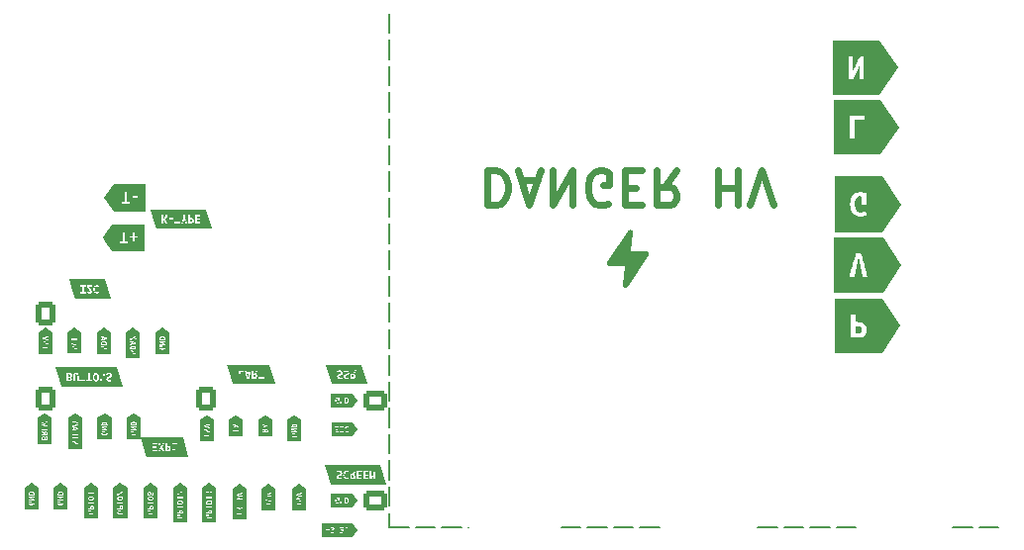
<source format=gbr>
%TF.GenerationSoftware,KiCad,Pcbnew,8.0.6*%
%TF.CreationDate,2024-11-24T17:48:57+01:00*%
%TF.ProjectId,Gaggimate,47616767-696d-4617-9465-2e6b69636164,1.0*%
%TF.SameCoordinates,Original*%
%TF.FileFunction,Legend,Bot*%
%TF.FilePolarity,Positive*%
%FSLAX46Y46*%
G04 Gerber Fmt 4.6, Leading zero omitted, Abs format (unit mm)*
G04 Created by KiCad (PCBNEW 8.0.6) date 2024-11-24 17:48:57*
%MOMM*%
%LPD*%
G01*
G04 APERTURE LIST*
G04 Aperture macros list*
%AMRoundRect*
0 Rectangle with rounded corners*
0 $1 Rounding radius*
0 $2 $3 $4 $5 $6 $7 $8 $9 X,Y pos of 4 corners*
0 Add a 4 corners polygon primitive as box body*
4,1,4,$2,$3,$4,$5,$6,$7,$8,$9,$2,$3,0*
0 Add four circle primitives for the rounded corners*
1,1,$1+$1,$2,$3*
1,1,$1+$1,$4,$5*
1,1,$1+$1,$6,$7*
1,1,$1+$1,$8,$9*
0 Add four rect primitives between the rounded corners*
20,1,$1+$1,$2,$3,$4,$5,0*
20,1,$1+$1,$4,$5,$6,$7,0*
20,1,$1+$1,$6,$7,$8,$9,0*
20,1,$1+$1,$8,$9,$2,$3,0*%
G04 Aperture macros list end*
%ADD10C,0.150000*%
%ADD11C,0.000000*%
%ADD12C,0.600000*%
%ADD13C,2.500000*%
%ADD14RoundRect,0.250000X-0.750000X0.600000X-0.750000X-0.600000X0.750000X-0.600000X0.750000X0.600000X0*%
%ADD15O,2.000000X1.700000*%
%ADD16C,3.000000*%
%ADD17RoundRect,0.250000X-0.600000X-0.725000X0.600000X-0.725000X0.600000X0.725000X-0.600000X0.725000X0*%
%ADD18O,1.700000X1.950000*%
%ADD19R,3.000000X3.000000*%
%ADD20C,3.600000*%
%ADD21C,5.600000*%
%ADD22R,2.400000X2.400000*%
%ADD23C,2.400000*%
%ADD24C,0.650000*%
%ADD25O,1.000000X2.100000*%
%ADD26O,1.000000X1.600000*%
%ADD27R,2.600000X2.000000*%
%ADD28C,2.600000*%
%ADD29R,1.700000X1.700000*%
%ADD30O,1.700000X1.700000*%
G04 APERTURE END LIST*
D10*
X194600000Y-26000000D02*
X194600000Y-27650000D01*
X194600000Y-28250000D02*
X194600000Y-29900000D01*
X194600000Y-30500000D02*
X194600000Y-32150000D01*
X194600000Y-32750000D02*
X194600000Y-34400000D01*
X194600000Y-35000000D02*
X194600000Y-36650000D01*
X194600000Y-37250000D02*
X194600000Y-38900000D01*
X194600000Y-39500000D02*
X194600000Y-41150000D01*
X194600000Y-41750000D02*
X194600000Y-43400000D01*
X194600000Y-44000000D02*
X194600000Y-45650000D01*
X194600000Y-46250000D02*
X194600000Y-47900000D01*
X194600000Y-48500000D02*
X194600000Y-50150000D01*
X194600000Y-50750000D02*
X194600000Y-52400000D01*
X194600000Y-53000000D02*
X194600000Y-54650000D01*
X194600000Y-55250000D02*
X194600000Y-56900000D01*
X194600000Y-57500000D02*
X194600000Y-59150000D01*
X194600000Y-59750000D02*
X194600000Y-61400000D01*
X194600000Y-62000000D02*
X194600000Y-63650000D01*
X194600000Y-64250000D02*
X194600000Y-65900000D01*
X194600000Y-66500000D02*
X194600000Y-68150000D01*
X194600000Y-68750000D02*
X194600000Y-70000000D01*
X194600000Y-70000000D02*
X196250000Y-70000000D01*
X196850000Y-70000000D02*
X198500000Y-70000000D01*
X199100000Y-70000000D02*
X200750000Y-70000000D01*
X201350000Y-70000000D02*
X201400000Y-70000000D01*
X209300000Y-70000000D02*
X210950000Y-70000000D01*
X211550000Y-70000000D02*
X213200000Y-70000000D01*
X213800000Y-70000000D02*
X215450000Y-70000000D01*
X216050000Y-70000000D02*
X217700000Y-70000000D01*
D11*
G36*
X215205847Y-44516492D02*
G01*
X215210747Y-44516658D01*
X215215638Y-44516930D01*
X215220519Y-44517307D01*
X215225389Y-44517790D01*
X215230246Y-44518378D01*
X215235087Y-44519071D01*
X215239912Y-44519869D01*
X215244719Y-44520771D01*
X215249505Y-44521777D01*
X215254269Y-44522886D01*
X215259011Y-44524100D01*
X215263726Y-44525416D01*
X215268415Y-44526835D01*
X215273075Y-44528356D01*
X215277705Y-44529980D01*
X215286755Y-44533514D01*
X215295580Y-44537401D01*
X215304176Y-44541632D01*
X215312534Y-44546196D01*
X215320650Y-44551082D01*
X215328516Y-44556281D01*
X215336127Y-44561781D01*
X215343475Y-44567573D01*
X215350554Y-44573645D01*
X215357359Y-44579989D01*
X215363882Y-44586593D01*
X215370117Y-44593447D01*
X215376057Y-44600540D01*
X215381697Y-44607863D01*
X215387030Y-44615404D01*
X215392048Y-44623154D01*
X215396747Y-44631102D01*
X215401120Y-44639238D01*
X215405159Y-44647551D01*
X215408860Y-44656031D01*
X215412214Y-44664668D01*
X215415217Y-44673451D01*
X215417860Y-44682370D01*
X215420139Y-44691415D01*
X215422047Y-44700575D01*
X215423576Y-44709839D01*
X215424722Y-44719198D01*
X215425477Y-44728641D01*
X215425834Y-44738158D01*
X215425789Y-44747738D01*
X215425333Y-44757371D01*
X215424461Y-44767047D01*
X215250612Y-46367811D01*
X216580443Y-46367811D01*
X216596029Y-46368324D01*
X216611410Y-46369893D01*
X216626543Y-46372490D01*
X216641382Y-46376089D01*
X216655882Y-46380661D01*
X216669998Y-46386182D01*
X216683684Y-46392622D01*
X216696896Y-46399956D01*
X216709589Y-46408156D01*
X216721717Y-46417195D01*
X216733235Y-46427047D01*
X216744099Y-46437683D01*
X216754263Y-46449078D01*
X216763682Y-46461203D01*
X216772311Y-46474033D01*
X216780105Y-46487539D01*
X216786952Y-46501550D01*
X216792770Y-46515875D01*
X216797563Y-46530461D01*
X216801334Y-46545257D01*
X216804085Y-46560210D01*
X216805819Y-46575268D01*
X216806539Y-46590377D01*
X216806248Y-46605485D01*
X216804948Y-46620540D01*
X216802642Y-46635489D01*
X216799333Y-46650280D01*
X216795024Y-46664861D01*
X216789717Y-46679178D01*
X216783415Y-46693179D01*
X216776122Y-46706812D01*
X216767839Y-46720024D01*
X214986452Y-49384202D01*
X214980870Y-49392096D01*
X214975002Y-49399690D01*
X214968858Y-49406982D01*
X214962450Y-49413967D01*
X214955789Y-49420642D01*
X214948887Y-49427003D01*
X214941756Y-49433046D01*
X214934406Y-49438768D01*
X214926850Y-49444164D01*
X214919098Y-49449232D01*
X214911162Y-49453967D01*
X214903054Y-49458366D01*
X214894785Y-49462425D01*
X214886366Y-49466140D01*
X214877809Y-49469508D01*
X214869125Y-49472524D01*
X214860326Y-49475186D01*
X214851424Y-49477489D01*
X214842428Y-49479429D01*
X214833352Y-49481004D01*
X214824207Y-49482209D01*
X214815003Y-49483041D01*
X214805753Y-49483495D01*
X214796468Y-49483568D01*
X214787159Y-49483257D01*
X214777837Y-49482558D01*
X214768515Y-49481466D01*
X214759203Y-49479979D01*
X214749914Y-49478092D01*
X214740658Y-49475802D01*
X214731447Y-49473105D01*
X214722292Y-49469998D01*
X214713640Y-49466583D01*
X214705191Y-49462842D01*
X214696951Y-49458786D01*
X214688927Y-49454422D01*
X214681124Y-49449760D01*
X214673548Y-49444808D01*
X214666205Y-49439577D01*
X214659101Y-49434074D01*
X214652242Y-49428310D01*
X214645633Y-49422292D01*
X214639280Y-49416031D01*
X214633190Y-49409535D01*
X214627368Y-49402813D01*
X214621821Y-49395874D01*
X214616553Y-49388727D01*
X214611571Y-49381382D01*
X214606881Y-49373847D01*
X214602488Y-49366132D01*
X214598399Y-49358245D01*
X214594619Y-49350195D01*
X214591155Y-49341992D01*
X214588012Y-49333645D01*
X214585196Y-49325162D01*
X214582712Y-49316553D01*
X214580568Y-49307827D01*
X214578768Y-49298992D01*
X214577319Y-49290059D01*
X214576226Y-49281035D01*
X214575496Y-49271930D01*
X214575133Y-49262753D01*
X214575145Y-49253514D01*
X214575537Y-49244220D01*
X214749386Y-47632166D01*
X213419554Y-47632166D01*
X213403969Y-47631653D01*
X213388587Y-47630085D01*
X213373454Y-47627488D01*
X213358616Y-47623889D01*
X213344116Y-47619316D01*
X213330000Y-47613796D01*
X213316313Y-47607355D01*
X213303101Y-47600021D01*
X213290409Y-47591821D01*
X213278281Y-47582782D01*
X213266762Y-47572931D01*
X213255898Y-47562294D01*
X213245734Y-47550900D01*
X213236315Y-47538774D01*
X213227686Y-47525945D01*
X213219892Y-47512438D01*
X213213046Y-47498428D01*
X213207227Y-47484103D01*
X213202434Y-47469516D01*
X213198663Y-47454720D01*
X213195912Y-47439767D01*
X213194178Y-47424710D01*
X213193458Y-47409601D01*
X213193750Y-47394493D01*
X213195050Y-47379438D01*
X213197356Y-47364488D01*
X213200665Y-47349697D01*
X213204974Y-47335117D01*
X213210281Y-47320800D01*
X213216582Y-47306798D01*
X213223876Y-47293165D01*
X213232159Y-47279953D01*
X215013546Y-44615775D01*
X215021756Y-44604405D01*
X215030592Y-44593638D01*
X215040021Y-44583493D01*
X215050007Y-44573988D01*
X215060518Y-44565141D01*
X215071518Y-44556971D01*
X215082974Y-44549494D01*
X215094852Y-44542730D01*
X215107116Y-44536696D01*
X215119734Y-44531411D01*
X215132671Y-44526892D01*
X215145892Y-44523158D01*
X215159364Y-44520227D01*
X215173052Y-44518117D01*
X215186923Y-44516847D01*
X215200941Y-44516433D01*
X215205847Y-44516492D01*
G37*
D10*
X226100000Y-70000000D02*
X227750000Y-70000000D01*
X228350000Y-70000000D02*
X230000000Y-70000000D01*
X230600000Y-70000000D02*
X232250000Y-70000000D01*
X232850000Y-70000000D02*
X234500000Y-70000000D01*
X242800000Y-70000000D02*
X244450000Y-70000000D01*
X245050000Y-70000000D02*
X246700000Y-70000000D01*
D12*
X202999999Y-39398342D02*
X202999999Y-42398342D01*
X202999999Y-42398342D02*
X203714285Y-42398342D01*
X203714285Y-42398342D02*
X204142856Y-42255485D01*
X204142856Y-42255485D02*
X204428571Y-41969771D01*
X204428571Y-41969771D02*
X204571428Y-41684057D01*
X204571428Y-41684057D02*
X204714285Y-41112628D01*
X204714285Y-41112628D02*
X204714285Y-40684057D01*
X204714285Y-40684057D02*
X204571428Y-40112628D01*
X204571428Y-40112628D02*
X204428571Y-39826914D01*
X204428571Y-39826914D02*
X204142856Y-39541200D01*
X204142856Y-39541200D02*
X203714285Y-39398342D01*
X203714285Y-39398342D02*
X202999999Y-39398342D01*
X205857142Y-40255485D02*
X207285714Y-40255485D01*
X205571428Y-39398342D02*
X206571428Y-42398342D01*
X206571428Y-42398342D02*
X207571428Y-39398342D01*
X208571428Y-39398342D02*
X208571428Y-42398342D01*
X208571428Y-42398342D02*
X210285714Y-39398342D01*
X210285714Y-39398342D02*
X210285714Y-42398342D01*
X213285714Y-42255485D02*
X213000000Y-42398342D01*
X213000000Y-42398342D02*
X212571428Y-42398342D01*
X212571428Y-42398342D02*
X212142857Y-42255485D01*
X212142857Y-42255485D02*
X211857142Y-41969771D01*
X211857142Y-41969771D02*
X211714285Y-41684057D01*
X211714285Y-41684057D02*
X211571428Y-41112628D01*
X211571428Y-41112628D02*
X211571428Y-40684057D01*
X211571428Y-40684057D02*
X211714285Y-40112628D01*
X211714285Y-40112628D02*
X211857142Y-39826914D01*
X211857142Y-39826914D02*
X212142857Y-39541200D01*
X212142857Y-39541200D02*
X212571428Y-39398342D01*
X212571428Y-39398342D02*
X212857142Y-39398342D01*
X212857142Y-39398342D02*
X213285714Y-39541200D01*
X213285714Y-39541200D02*
X213428571Y-39684057D01*
X213428571Y-39684057D02*
X213428571Y-40684057D01*
X213428571Y-40684057D02*
X212857142Y-40684057D01*
X214714285Y-40969771D02*
X215714285Y-40969771D01*
X216142857Y-39398342D02*
X214714285Y-39398342D01*
X214714285Y-39398342D02*
X214714285Y-42398342D01*
X214714285Y-42398342D02*
X216142857Y-42398342D01*
X219142857Y-39398342D02*
X218142857Y-40826914D01*
X217428571Y-39398342D02*
X217428571Y-42398342D01*
X217428571Y-42398342D02*
X218571428Y-42398342D01*
X218571428Y-42398342D02*
X218857143Y-42255485D01*
X218857143Y-42255485D02*
X219000000Y-42112628D01*
X219000000Y-42112628D02*
X219142857Y-41826914D01*
X219142857Y-41826914D02*
X219142857Y-41398342D01*
X219142857Y-41398342D02*
X219000000Y-41112628D01*
X219000000Y-41112628D02*
X218857143Y-40969771D01*
X218857143Y-40969771D02*
X218571428Y-40826914D01*
X218571428Y-40826914D02*
X217428571Y-40826914D01*
X222714285Y-39398342D02*
X222714285Y-42398342D01*
X222714285Y-40969771D02*
X224428571Y-40969771D01*
X224428571Y-39398342D02*
X224428571Y-42398342D01*
X225428571Y-42398342D02*
X226428571Y-39398342D01*
X226428571Y-39398342D02*
X227428571Y-42398342D01*
D11*
%TO.C,kibuzzard-6732266F*%
G36*
X169226111Y-68225792D02*
G01*
X169250646Y-68243664D01*
X169264277Y-68271430D01*
X169268821Y-68307072D01*
X169268417Y-68331709D01*
X169266397Y-68356345D01*
X169104847Y-68356345D01*
X169104847Y-68315958D01*
X169109592Y-68274156D01*
X169123829Y-68244067D01*
X169149576Y-68225893D01*
X169188853Y-68219835D01*
X169226111Y-68225792D01*
G37*
G36*
X169135238Y-67411172D02*
G01*
X169168255Y-67413292D01*
X169223586Y-67424601D01*
X169260743Y-67448429D01*
X169274475Y-67489625D01*
X169260743Y-67530820D01*
X169223183Y-67554649D01*
X169167851Y-67565958D01*
X169135137Y-67568078D01*
X169100000Y-67568785D01*
X169064762Y-67568078D01*
X169031745Y-67565958D01*
X168976414Y-67554649D01*
X168939257Y-67530820D01*
X168925525Y-67489625D01*
X168939257Y-67448833D01*
X168976817Y-67424601D01*
X169032149Y-67413292D01*
X169064863Y-67411172D01*
X169100000Y-67410465D01*
X169135238Y-67411172D01*
G37*
G36*
X169697469Y-66580363D02*
G01*
X169697469Y-66916927D01*
X169697469Y-68881386D01*
X169697469Y-69217950D01*
X168502531Y-69217950D01*
X168502531Y-68881386D01*
X168502531Y-68677024D01*
X168839095Y-68677024D01*
X168843235Y-68721551D01*
X168855654Y-68761434D01*
X168876252Y-68796269D01*
X168904927Y-68825651D01*
X168941680Y-68849278D01*
X168986511Y-68866846D01*
X169039317Y-68877751D01*
X169100000Y-68881386D01*
X169160077Y-68877145D01*
X169212682Y-68864423D01*
X169257613Y-68844431D01*
X169294669Y-68818381D01*
X169323647Y-68786677D01*
X169344346Y-68749722D01*
X169356765Y-68708728D01*
X169360905Y-68664908D01*
X169356462Y-68612807D01*
X169346365Y-68572824D01*
X169334249Y-68544956D01*
X169324556Y-68528397D01*
X169245396Y-68554245D01*
X169265590Y-68597864D01*
X169274475Y-68651176D01*
X169261551Y-68710950D01*
X169225606Y-68750933D01*
X169170679Y-68773551D01*
X169137056Y-68778700D01*
X169100000Y-68780416D01*
X169045477Y-68777275D01*
X169001454Y-68767851D01*
X168967932Y-68752145D01*
X168936127Y-68717210D01*
X168925525Y-68668946D01*
X168926333Y-68649560D01*
X168928756Y-68630174D01*
X169111309Y-68630174D01*
X169111309Y-68530820D01*
X168861712Y-68530820D01*
X168847173Y-68586151D01*
X168841115Y-68627650D01*
X168839095Y-68677024D01*
X168502531Y-68677024D01*
X168502531Y-68455699D01*
X168849596Y-68455699D01*
X169343134Y-68455699D01*
X169348788Y-68422985D01*
X169352423Y-68386232D01*
X169354443Y-68349883D01*
X169355250Y-68318381D01*
X169350898Y-68259594D01*
X169337839Y-68210321D01*
X169316074Y-68170562D01*
X169284437Y-68141393D01*
X169241761Y-68123892D01*
X169188045Y-68118058D01*
X169133791Y-68123936D01*
X169090576Y-68141572D01*
X169058401Y-68170966D01*
X169036187Y-68211129D01*
X169022859Y-68261075D01*
X169018417Y-68320804D01*
X169018417Y-68356345D01*
X168849596Y-68356345D01*
X168849596Y-68455699D01*
X168502531Y-68455699D01*
X168502531Y-68356345D01*
X168502531Y-68051822D01*
X168502531Y-67734374D01*
X168849596Y-67734374D01*
X168849596Y-68051822D01*
X168931987Y-68051822D01*
X168931987Y-67942775D01*
X169267205Y-67942775D01*
X169267205Y-68051822D01*
X169349596Y-68051822D01*
X169349596Y-67734374D01*
X169267205Y-67734374D01*
X169267205Y-67842614D01*
X168931987Y-67842614D01*
X168931987Y-67734374D01*
X168849596Y-67734374D01*
X168502531Y-67734374D01*
X168502531Y-67488817D01*
X168839095Y-67488817D01*
X168846410Y-67542892D01*
X168868354Y-67587722D01*
X168904927Y-67623308D01*
X168941806Y-67643628D01*
X168986611Y-67658143D01*
X169039343Y-67666851D01*
X169100000Y-67669754D01*
X169160657Y-67666775D01*
X169213389Y-67657840D01*
X169258194Y-67642947D01*
X169295073Y-67622097D01*
X169331646Y-67586196D01*
X169353590Y-67542039D01*
X169360905Y-67489625D01*
X169353590Y-67435595D01*
X169331646Y-67390899D01*
X169295073Y-67355538D01*
X169258194Y-67335394D01*
X169213389Y-67321006D01*
X169160657Y-67312373D01*
X169100000Y-67309496D01*
X169039343Y-67312424D01*
X168986611Y-67321208D01*
X168941806Y-67335849D01*
X168904927Y-67356345D01*
X168868354Y-67391887D01*
X168846410Y-67436044D01*
X168839095Y-67488817D01*
X168502531Y-67488817D01*
X168502531Y-67220643D01*
X168849596Y-67220643D01*
X168931987Y-67220643D01*
X168931987Y-67115635D01*
X169211470Y-67115635D01*
X169182795Y-67167331D01*
X169163005Y-67216604D01*
X169245396Y-67248914D01*
X169263974Y-67206911D01*
X169289015Y-67161677D01*
X169318094Y-67118866D01*
X169349596Y-67084132D01*
X169349596Y-67016281D01*
X168931987Y-67016281D01*
X168931987Y-66916927D01*
X168849596Y-66916927D01*
X168849596Y-67220643D01*
X168502531Y-67220643D01*
X168502531Y-66916927D01*
X168502531Y-66580363D01*
X169100000Y-66182050D01*
X169697469Y-66580363D01*
G37*
%TO.C,kibuzzard-67322650*%
G36*
X187491815Y-66675893D02*
G01*
X187491815Y-67012457D01*
X187491815Y-68182086D01*
X187491815Y-68518650D01*
X186308185Y-68518650D01*
X186308185Y-68182086D01*
X186308185Y-68055268D01*
X186685945Y-68055268D01*
X186826494Y-68055268D01*
X186826494Y-68182086D01*
X186908078Y-68182086D01*
X186908078Y-68055268D01*
X187048627Y-68055268D01*
X187048627Y-67969646D01*
X186908078Y-67969646D01*
X186908078Y-67842829D01*
X186826494Y-67842829D01*
X186826494Y-67969646D01*
X186685945Y-67969646D01*
X186685945Y-68055268D01*
X186308185Y-68055268D01*
X186308185Y-67969646D01*
X186308185Y-67647352D01*
X186644750Y-67647352D01*
X186647173Y-67686932D01*
X186653231Y-67725705D01*
X186661712Y-67759226D01*
X186670598Y-67782247D01*
X186752989Y-67762053D01*
X186736834Y-67716819D01*
X186731381Y-67685923D01*
X186729564Y-67648160D01*
X186736026Y-67600099D01*
X186752585Y-67570212D01*
X186775606Y-67555268D01*
X186802262Y-67551230D01*
X186840630Y-67558095D01*
X186870517Y-67585559D01*
X186889903Y-67644121D01*
X186895053Y-67687942D01*
X186896769Y-67743475D01*
X186963914Y-67736205D01*
X187029645Y-67730551D01*
X187093558Y-67726310D01*
X187155250Y-67723281D01*
X187155250Y-67468031D01*
X187072859Y-67468031D01*
X187072859Y-67640083D01*
X187018740Y-67644121D01*
X186972698Y-67648160D01*
X186964441Y-67587040D01*
X186948286Y-67537229D01*
X186924233Y-67498726D01*
X186892461Y-67471352D01*
X186853150Y-67454927D01*
X186806300Y-67449453D01*
X186742084Y-67461569D01*
X186690792Y-67498726D01*
X186671405Y-67526795D01*
X186656866Y-67560923D01*
X186647779Y-67601108D01*
X186644750Y-67647352D01*
X186308185Y-67647352D01*
X186308185Y-67256399D01*
X186308185Y-67153814D01*
X186655250Y-67153814D01*
X186655250Y-67256399D01*
X186714620Y-67276391D01*
X186781260Y-67297595D01*
X186828065Y-67311865D01*
X186874780Y-67325597D01*
X186921405Y-67338790D01*
X186967133Y-67351265D01*
X187011156Y-67362843D01*
X187053473Y-67373524D01*
X187110016Y-67386852D01*
X187155250Y-67396141D01*
X187155250Y-67291133D01*
X187113348Y-67285074D01*
X187065186Y-67276593D01*
X187013086Y-67266395D01*
X186959370Y-67255188D01*
X186905250Y-67243071D01*
X186851939Y-67230147D01*
X186801757Y-67216920D01*
X186757027Y-67203895D01*
X186801151Y-67190971D01*
X186851131Y-67178047D01*
X186904443Y-67165527D01*
X186958562Y-67153814D01*
X187012379Y-67142910D01*
X187064782Y-67132813D01*
X187113247Y-67123927D01*
X187155250Y-67116658D01*
X187155250Y-67012457D01*
X187103958Y-67023261D01*
X187047011Y-67036286D01*
X186985723Y-67051432D01*
X186921405Y-67068596D01*
X186877248Y-67081116D01*
X186832553Y-67094444D01*
X186787318Y-67108580D01*
X186742308Y-67123299D01*
X186698286Y-67138377D01*
X186655250Y-67153814D01*
X186308185Y-67153814D01*
X186308185Y-67012457D01*
X186308185Y-66675893D01*
X186900000Y-66281350D01*
X187491815Y-66675893D01*
G37*
%TO.C,kibuzzard-67322749*%
G36*
X191480008Y-65529544D02*
G01*
X191521567Y-65550323D01*
X191553231Y-65628918D01*
X191544750Y-65676979D01*
X191519305Y-65710339D01*
X191480008Y-65729847D01*
X191429968Y-65736349D01*
X191410743Y-65735784D01*
X191388126Y-65732956D01*
X191388126Y-65522617D01*
X191418659Y-65522617D01*
X191480008Y-65529544D01*
G37*
G36*
X190319467Y-64663543D02*
G01*
X190957270Y-64663543D01*
X191740953Y-64663543D01*
X191824637Y-64663543D01*
X192390065Y-64663543D01*
X193285703Y-64663543D01*
X193397658Y-64663543D01*
X193868848Y-64663543D01*
X194370722Y-66336457D01*
X193868848Y-66336457D01*
X193397658Y-66336457D01*
X190102342Y-66336457D01*
X189631152Y-66336457D01*
X189286580Y-65187884D01*
X190102342Y-65187884D01*
X190143053Y-65300969D01*
X190215994Y-65267044D01*
X190263065Y-65255170D01*
X190319467Y-65251212D01*
X190377706Y-65258562D01*
X190414459Y-65278918D01*
X190433118Y-65308320D01*
X190438207Y-65341680D01*
X190425767Y-65380129D01*
X190394103Y-65410097D01*
X190351131Y-65433845D01*
X190303635Y-65453635D01*
X190238045Y-65479645D01*
X190176414Y-65516963D01*
X190130614Y-65572940D01*
X190112520Y-65656058D01*
X190128494Y-65743700D01*
X190176414Y-65809855D01*
X190224349Y-65840639D01*
X190282965Y-65859110D01*
X190352262Y-65865267D01*
X190412621Y-65861591D01*
X190464782Y-65850565D01*
X190545638Y-65817771D01*
X190504927Y-65710339D01*
X190442165Y-65737480D01*
X190362439Y-65748788D01*
X190300871Y-65739867D01*
X190263929Y-65713104D01*
X190251616Y-65668498D01*
X190262924Y-65632876D01*
X190291761Y-65605735D01*
X190331341Y-65584814D01*
X190374879Y-65567851D01*
X190443296Y-65540145D01*
X190507975Y-65500000D01*
X190653069Y-65500000D01*
X190659006Y-65582270D01*
X190676817Y-65654927D01*
X190705230Y-65717548D01*
X190742973Y-65769709D01*
X190789338Y-65810985D01*
X190843619Y-65840953D01*
X190904544Y-65859188D01*
X190970840Y-65865267D01*
X191038126Y-65859047D01*
X191090711Y-65844911D01*
X191103338Y-65839257D01*
X191249031Y-65839257D01*
X191293700Y-65847738D01*
X191342892Y-65853393D01*
X191390388Y-65856220D01*
X191429968Y-65857351D01*
X191487076Y-65853958D01*
X191509942Y-65849435D01*
X191824637Y-65849435D01*
X192248708Y-65849435D01*
X192390065Y-65849435D01*
X192814136Y-65849435D01*
X192936268Y-65849435D01*
X193048223Y-65849435D01*
X193079887Y-65797557D01*
X193111551Y-65741438D01*
X193142791Y-65683340D01*
X193173183Y-65625525D01*
X193202019Y-65568700D01*
X193228595Y-65513570D01*
X193252201Y-65462682D01*
X193272132Y-65418578D01*
X193272132Y-65849435D01*
X193397658Y-65849435D01*
X193397658Y-65149435D01*
X193285703Y-65149435D01*
X193253096Y-65227024D01*
X193218605Y-65304488D01*
X193182229Y-65381826D01*
X193143969Y-65459164D01*
X193103823Y-65536627D01*
X193061793Y-65614216D01*
X193061793Y-65149435D01*
X192936268Y-65149435D01*
X192936268Y-65849435D01*
X192814136Y-65849435D01*
X192814136Y-65734087D01*
X192529160Y-65734087D01*
X192529160Y-65576898D01*
X192776817Y-65576898D01*
X192776817Y-65461551D01*
X192529160Y-65461551D01*
X192529160Y-65264782D01*
X192839015Y-65264782D01*
X192839015Y-65149435D01*
X192390065Y-65149435D01*
X192390065Y-65849435D01*
X192248708Y-65849435D01*
X192248708Y-65734087D01*
X191963732Y-65734087D01*
X191963732Y-65576898D01*
X192211389Y-65576898D01*
X192211389Y-65461551D01*
X191963732Y-65461551D01*
X191963732Y-65264782D01*
X192273586Y-65264782D01*
X192273586Y-65149435D01*
X191824637Y-65149435D01*
X191824637Y-65849435D01*
X191509942Y-65849435D01*
X191538530Y-65843780D01*
X191583764Y-65826535D01*
X191622213Y-65801939D01*
X191675929Y-65730129D01*
X191689923Y-65682775D01*
X191694588Y-65627787D01*
X191688368Y-65569548D01*
X191669709Y-65516963D01*
X191636632Y-65473142D01*
X191587157Y-65441195D01*
X191627868Y-65376171D01*
X191669709Y-65301535D01*
X191708724Y-65223506D01*
X191740953Y-65149435D01*
X191595073Y-65149435D01*
X191566943Y-65216014D01*
X191534572Y-65280048D01*
X191498809Y-65343235D01*
X191460501Y-65407270D01*
X191388126Y-65407270D01*
X191388126Y-65149435D01*
X191249031Y-65149435D01*
X191249031Y-65839257D01*
X191103338Y-65839257D01*
X191128595Y-65827948D01*
X191151777Y-65814378D01*
X191115590Y-65703554D01*
X191052827Y-65732391D01*
X190968578Y-65744265D01*
X190904685Y-65732391D01*
X190849273Y-65692811D01*
X190809693Y-65618740D01*
X190798243Y-65566721D01*
X190794426Y-65503393D01*
X190799013Y-65429698D01*
X190812771Y-65368444D01*
X190835703Y-65319628D01*
X190890125Y-65271708D01*
X190970840Y-65255735D01*
X191060743Y-65268174D01*
X191117851Y-65293053D01*
X191152908Y-65183360D01*
X191073183Y-65150000D01*
X191019043Y-65138550D01*
X190957270Y-65134733D01*
X190866299Y-65145288D01*
X190790908Y-65176952D01*
X190731099Y-65229725D01*
X190696961Y-65282239D01*
X190672577Y-65344790D01*
X190657946Y-65417377D01*
X190653069Y-65500000D01*
X190507975Y-65500000D01*
X190508885Y-65499435D01*
X190558078Y-65436107D01*
X190572496Y-65393275D01*
X190577302Y-65340549D01*
X190561329Y-65253332D01*
X190513409Y-65188449D01*
X190463463Y-65158607D01*
X190398815Y-65140702D01*
X190319467Y-65134733D01*
X190241155Y-65139398D01*
X190180372Y-65153393D01*
X190102342Y-65187884D01*
X189286580Y-65187884D01*
X189129278Y-64663543D01*
X189631152Y-64663543D01*
X190102342Y-64663543D01*
X190319467Y-64663543D01*
G37*
%TO.C,kibuzzard-67322796*%
G36*
X234814845Y-39950124D02*
G01*
X235409352Y-39950124D01*
X236755609Y-39950124D01*
X238348860Y-42340000D01*
X236755609Y-44729876D01*
X235409352Y-44729876D01*
X233997397Y-44729876D01*
X232651140Y-44729876D01*
X232651140Y-42340000D01*
X233997397Y-42340000D01*
X234014360Y-42580307D01*
X234065249Y-42790727D01*
X234145216Y-42970452D01*
X234249417Y-43118675D01*
X234376234Y-43234588D01*
X234524053Y-43317383D01*
X234688027Y-43367060D01*
X234863310Y-43383619D01*
X235071711Y-43365848D01*
X235231646Y-43325460D01*
X235343116Y-43276995D01*
X235409352Y-43238223D01*
X235305959Y-42921583D01*
X235131484Y-43002359D01*
X234918237Y-43037900D01*
X234679142Y-42986204D01*
X234519207Y-42842423D01*
X234428738Y-42622714D01*
X234408140Y-42488223D01*
X234401274Y-42340000D01*
X234413840Y-42121906D01*
X234451535Y-41945816D01*
X234514360Y-41811729D01*
X234654102Y-41684507D01*
X234847155Y-41642100D01*
X234924699Y-41645331D01*
X235002244Y-41655024D01*
X235002244Y-42385234D01*
X235399659Y-42385234D01*
X235399659Y-41386850D01*
X235178334Y-41328691D01*
X235012341Y-41304459D01*
X234814845Y-41296381D01*
X234636735Y-41312940D01*
X234477203Y-41362617D01*
X234337866Y-41445008D01*
X234220337Y-41559709D01*
X234125830Y-41706721D01*
X234055556Y-41886042D01*
X234011937Y-42097270D01*
X233997397Y-42340000D01*
X232651140Y-42340000D01*
X232651140Y-39950124D01*
X233997397Y-39950124D01*
X234814845Y-39950124D01*
G37*
%TO.C,kibuzzard-6735A9FB*%
G36*
X234857171Y-28293743D02*
G01*
X235177042Y-28293743D01*
X236523299Y-28293743D01*
X238087471Y-30640000D01*
X236523299Y-32986257D01*
X235177042Y-32986257D01*
X233858787Y-32986257D01*
X232512529Y-32986257D01*
X232512529Y-31640000D01*
X233858787Y-31640000D01*
X234178657Y-31640000D01*
X234269126Y-31491777D01*
X234359594Y-31331438D01*
X234448851Y-31165444D01*
X234535685Y-31000258D01*
X234618076Y-30837900D01*
X234694005Y-30680388D01*
X234761452Y-30534992D01*
X234818399Y-30408982D01*
X234818399Y-31640000D01*
X235177042Y-31640000D01*
X235177042Y-29640000D01*
X234857171Y-29640000D01*
X234764010Y-29861684D01*
X234665464Y-30083008D01*
X234561533Y-30303974D01*
X234452217Y-30524940D01*
X234337516Y-30746265D01*
X234217430Y-30967948D01*
X234217430Y-29640000D01*
X233858787Y-29640000D01*
X233858787Y-31640000D01*
X232512529Y-31640000D01*
X232512529Y-28293743D01*
X233858787Y-28293743D01*
X234857171Y-28293743D01*
G37*
%TO.C,kibuzzard-67322681*%
G36*
X171726111Y-68227004D02*
G01*
X171750646Y-68244875D01*
X171764277Y-68272642D01*
X171768821Y-68308284D01*
X171768417Y-68332920D01*
X171766397Y-68357557D01*
X171604847Y-68357557D01*
X171604847Y-68317169D01*
X171609592Y-68275368D01*
X171623829Y-68245279D01*
X171649576Y-68227105D01*
X171688853Y-68221046D01*
X171726111Y-68227004D01*
G37*
G36*
X171635238Y-67412383D02*
G01*
X171668255Y-67414504D01*
X171723586Y-67425812D01*
X171760743Y-67449641D01*
X171774475Y-67490836D01*
X171760743Y-67532032D01*
X171723183Y-67555861D01*
X171667851Y-67567169D01*
X171635137Y-67569290D01*
X171600000Y-67569996D01*
X171564762Y-67569290D01*
X171531745Y-67567169D01*
X171476414Y-67555861D01*
X171439257Y-67532032D01*
X171425525Y-67490836D01*
X171439257Y-67450045D01*
X171476817Y-67425812D01*
X171532149Y-67414504D01*
X171564863Y-67412383D01*
X171600000Y-67411677D01*
X171635238Y-67412383D01*
G37*
G36*
X172197469Y-66579151D02*
G01*
X172197469Y-66915715D01*
X172197469Y-68882597D01*
X172197469Y-69219162D01*
X171002531Y-69219162D01*
X171002531Y-68882597D01*
X171002531Y-68678236D01*
X171339095Y-68678236D01*
X171343235Y-68722763D01*
X171355654Y-68762646D01*
X171376252Y-68797480D01*
X171404927Y-68826862D01*
X171441680Y-68850489D01*
X171486511Y-68868058D01*
X171539317Y-68878962D01*
X171600000Y-68882597D01*
X171660077Y-68878357D01*
X171712682Y-68865635D01*
X171757613Y-68845643D01*
X171794669Y-68819593D01*
X171823647Y-68787888D01*
X171844346Y-68750933D01*
X171856765Y-68709940D01*
X171860905Y-68666119D01*
X171856462Y-68614019D01*
X171846365Y-68574035D01*
X171834249Y-68546168D01*
X171824556Y-68529609D01*
X171745396Y-68555457D01*
X171765590Y-68599076D01*
X171774475Y-68652387D01*
X171761551Y-68712161D01*
X171725606Y-68752145D01*
X171670679Y-68774762D01*
X171637056Y-68779912D01*
X171600000Y-68781628D01*
X171545477Y-68778487D01*
X171501454Y-68769063D01*
X171467932Y-68753357D01*
X171436127Y-68718421D01*
X171425525Y-68670158D01*
X171426333Y-68650772D01*
X171428756Y-68631386D01*
X171611309Y-68631386D01*
X171611309Y-68532032D01*
X171361712Y-68532032D01*
X171347173Y-68587363D01*
X171341115Y-68628862D01*
X171339095Y-68678236D01*
X171002531Y-68678236D01*
X171002531Y-68456911D01*
X171349596Y-68456911D01*
X171843134Y-68456911D01*
X171848788Y-68424197D01*
X171852423Y-68387444D01*
X171854443Y-68351095D01*
X171855250Y-68319593D01*
X171850898Y-68260806D01*
X171837839Y-68211533D01*
X171816074Y-68171773D01*
X171784437Y-68142605D01*
X171741761Y-68125103D01*
X171688045Y-68119269D01*
X171633791Y-68125148D01*
X171590576Y-68142784D01*
X171558401Y-68172177D01*
X171536187Y-68212341D01*
X171522859Y-68262287D01*
X171518417Y-68322016D01*
X171518417Y-68357557D01*
X171349596Y-68357557D01*
X171349596Y-68456911D01*
X171002531Y-68456911D01*
X171002531Y-68357557D01*
X171002531Y-68053034D01*
X171002531Y-67735586D01*
X171349596Y-67735586D01*
X171349596Y-68053034D01*
X171431987Y-68053034D01*
X171431987Y-67943987D01*
X171767205Y-67943987D01*
X171767205Y-68053034D01*
X171849596Y-68053034D01*
X171849596Y-67735586D01*
X171767205Y-67735586D01*
X171767205Y-67843825D01*
X171431987Y-67843825D01*
X171431987Y-67735586D01*
X171349596Y-67735586D01*
X171002531Y-67735586D01*
X171002531Y-67490029D01*
X171339095Y-67490029D01*
X171346410Y-67544103D01*
X171368354Y-67588934D01*
X171404927Y-67624520D01*
X171441806Y-67644840D01*
X171486611Y-67659354D01*
X171539343Y-67668063D01*
X171600000Y-67670966D01*
X171660657Y-67667987D01*
X171713389Y-67659051D01*
X171758194Y-67644158D01*
X171795073Y-67623308D01*
X171831646Y-67587408D01*
X171853590Y-67543251D01*
X171860905Y-67490836D01*
X171853590Y-67436807D01*
X171831646Y-67392111D01*
X171795073Y-67356749D01*
X171758194Y-67336606D01*
X171713389Y-67322218D01*
X171660657Y-67313585D01*
X171600000Y-67310707D01*
X171539343Y-67313635D01*
X171486611Y-67322420D01*
X171441806Y-67337060D01*
X171404927Y-67357557D01*
X171368354Y-67393098D01*
X171346410Y-67437255D01*
X171339095Y-67490029D01*
X171002531Y-67490029D01*
X171002531Y-67242048D01*
X171349596Y-67242048D01*
X171369790Y-67244067D01*
X171386753Y-67243664D01*
X171425525Y-67239928D01*
X171461066Y-67228720D01*
X171493679Y-67211757D01*
X171523667Y-67190756D01*
X171551333Y-67166927D01*
X171576979Y-67141483D01*
X171601111Y-67116038D01*
X171624233Y-67092210D01*
X171667851Y-67054245D01*
X171710662Y-67039302D01*
X171757916Y-67057880D01*
X171774475Y-67104730D01*
X171763166Y-67154003D01*
X171725202Y-67204891D01*
X171794669Y-67254164D01*
X171824152Y-67219330D01*
X171844750Y-67179447D01*
X171856866Y-67137141D01*
X171860905Y-67095037D01*
X171852019Y-67036071D01*
X171825363Y-66985990D01*
X171780533Y-66951257D01*
X171717932Y-66938332D01*
X171668255Y-66948025D01*
X171621809Y-66973874D01*
X171578191Y-67010223D01*
X171537803Y-67051418D01*
X171514782Y-67075651D01*
X171487318Y-67101499D01*
X171458643Y-67122097D01*
X171431987Y-67130578D01*
X171431987Y-66915715D01*
X171349596Y-66915715D01*
X171349596Y-67242048D01*
X171002531Y-67242048D01*
X171002531Y-66915715D01*
X171002531Y-66579151D01*
X171600000Y-66180838D01*
X172197469Y-66579151D01*
G37*
%TO.C,kibuzzard-6732279D*%
G36*
X234765033Y-52768675D02*
G01*
X234885389Y-52825622D01*
X234958087Y-52928611D01*
X234982319Y-53085719D01*
X234958490Y-53234750D01*
X234887004Y-53332892D01*
X234775938Y-53387415D01*
X234633369Y-53405590D01*
X234534823Y-53403974D01*
X234436277Y-53395897D01*
X234436277Y-52749693D01*
X234597828Y-52749693D01*
X234765033Y-52768675D01*
G37*
G36*
X234436277Y-50382434D02*
G01*
X235389427Y-50382434D01*
X236735685Y-50382434D01*
X238307395Y-52740000D01*
X236735685Y-55097566D01*
X235389427Y-55097566D01*
X234038862Y-55097566D01*
X232692605Y-55097566D01*
X232692605Y-51728691D01*
X234038862Y-51728691D01*
X234038862Y-53702843D01*
X234169718Y-53725460D01*
X234316729Y-53740000D01*
X234462125Y-53748078D01*
X234588135Y-53751309D01*
X234823281Y-53733897D01*
X235020373Y-53681662D01*
X235179411Y-53594604D01*
X235296087Y-53468056D01*
X235366092Y-53297351D01*
X235389427Y-53082488D01*
X235365913Y-52865471D01*
X235295369Y-52692612D01*
X235177796Y-52563910D01*
X235017142Y-52475057D01*
X234817358Y-52421745D01*
X234578442Y-52403974D01*
X234436277Y-52403974D01*
X234436277Y-51728691D01*
X234038862Y-51728691D01*
X232692605Y-51728691D01*
X232692605Y-50382434D01*
X234038862Y-50382434D01*
X234436277Y-50382434D01*
G37*
%TO.C,kibuzzard-67322755*%
G36*
X168199919Y-48763543D02*
G01*
X169226737Y-48763543D01*
X169604443Y-48763543D01*
X169800081Y-48763543D01*
X170271271Y-48763543D01*
X170773145Y-50436457D01*
X170271271Y-50436457D01*
X169800081Y-50436457D01*
X168199919Y-50436457D01*
X167728729Y-50436457D01*
X167407227Y-49364782D01*
X168199919Y-49364782D01*
X168352585Y-49364782D01*
X168352585Y-49834087D01*
X168199919Y-49834087D01*
X168199919Y-49949435D01*
X168644346Y-49949435D01*
X168644346Y-49872536D01*
X168752908Y-49872536D01*
X168801676Y-49913813D01*
X168857512Y-49942649D01*
X168916741Y-49959612D01*
X168975687Y-49965267D01*
X169058239Y-49952827D01*
X169128352Y-49915509D01*
X169176979Y-49852746D01*
X169195073Y-49765105D01*
X169181502Y-49695557D01*
X169145315Y-49630533D01*
X169119870Y-49600000D01*
X169300242Y-49600000D01*
X169306179Y-49682270D01*
X169323990Y-49754927D01*
X169352403Y-49817548D01*
X169390145Y-49869709D01*
X169436511Y-49910985D01*
X169490792Y-49940953D01*
X169551716Y-49959188D01*
X169618013Y-49965267D01*
X169685299Y-49959047D01*
X169737884Y-49944911D01*
X169775767Y-49927948D01*
X169798950Y-49914378D01*
X169762763Y-49803554D01*
X169700000Y-49832391D01*
X169615751Y-49844265D01*
X169551858Y-49832391D01*
X169496446Y-49792811D01*
X169456866Y-49718740D01*
X169445416Y-49666721D01*
X169441599Y-49603393D01*
X169446186Y-49529698D01*
X169459944Y-49468444D01*
X169482876Y-49419628D01*
X169537298Y-49371708D01*
X169618013Y-49355735D01*
X169707916Y-49368174D01*
X169765024Y-49393053D01*
X169800081Y-49283360D01*
X169720355Y-49250000D01*
X169666216Y-49238550D01*
X169604443Y-49234733D01*
X169513472Y-49245288D01*
X169438081Y-49276952D01*
X169378271Y-49329725D01*
X169344134Y-49382239D01*
X169319750Y-49444790D01*
X169305119Y-49517377D01*
X169300242Y-49600000D01*
X169119870Y-49600000D01*
X169094426Y-49569467D01*
X169036753Y-49512924D01*
X169002827Y-49480695D01*
X168966640Y-49442246D01*
X168937803Y-49402100D01*
X168925929Y-49364782D01*
X169226737Y-49364782D01*
X169226737Y-49249435D01*
X168769871Y-49249435D01*
X168767044Y-49277706D01*
X168767609Y-49301454D01*
X168772839Y-49355735D01*
X168788530Y-49405493D01*
X168812278Y-49451151D01*
X168841680Y-49493134D01*
X168875040Y-49531866D01*
X168910662Y-49567771D01*
X168946284Y-49601555D01*
X168979645Y-49633926D01*
X169032795Y-49694992D01*
X169053716Y-49754927D01*
X169027706Y-49821082D01*
X168962116Y-49844265D01*
X168893134Y-49828433D01*
X168821890Y-49775283D01*
X168752908Y-49872536D01*
X168644346Y-49872536D01*
X168644346Y-49834087D01*
X168492811Y-49834087D01*
X168492811Y-49364782D01*
X168644346Y-49364782D01*
X168644346Y-49249435D01*
X168199919Y-49249435D01*
X168199919Y-49364782D01*
X167407227Y-49364782D01*
X167226855Y-48763543D01*
X167728729Y-48763543D01*
X168199919Y-48763543D01*
G37*
%TO.C,kibuzzard-6735A9F6*%
G36*
X235246347Y-33393743D02*
G01*
X236592605Y-33393743D01*
X238156776Y-35740000D01*
X236592605Y-38086257D01*
X235246347Y-38086257D01*
X233989481Y-38086257D01*
X232643224Y-38086257D01*
X232643224Y-34740000D01*
X233989481Y-34740000D01*
X233989481Y-36740000D01*
X234390127Y-36740000D01*
X234390127Y-35069564D01*
X235246347Y-35069564D01*
X235246347Y-34740000D01*
X233989481Y-34740000D01*
X232643224Y-34740000D01*
X232643224Y-33393743D01*
X233989481Y-33393743D01*
X235246347Y-33393743D01*
G37*
%TO.C,kibuzzard-673226D2*%
G36*
X190130811Y-61002531D02*
G01*
X190390908Y-61002531D01*
X190977338Y-61002531D01*
X191125965Y-61002531D01*
X191462529Y-61002531D01*
X191860842Y-61600000D01*
X191462529Y-62197469D01*
X191125965Y-62197469D01*
X189975722Y-62197469D01*
X189639158Y-62197469D01*
X189639158Y-61377060D01*
X189975722Y-61377060D01*
X190004802Y-61457835D01*
X190056902Y-61433603D01*
X190090525Y-61425121D01*
X190130811Y-61422294D01*
X190172411Y-61427544D01*
X190198663Y-61442084D01*
X190211991Y-61463086D01*
X190215626Y-61486914D01*
X190206740Y-61514378D01*
X190184123Y-61535784D01*
X190153428Y-61552746D01*
X190119503Y-61566882D01*
X190072653Y-61585460D01*
X190028630Y-61612116D01*
X189995916Y-61652100D01*
X189982992Y-61711470D01*
X189994402Y-61774071D01*
X190028630Y-61821325D01*
X190062870Y-61843314D01*
X190104739Y-61856507D01*
X190154236Y-61860905D01*
X190197350Y-61858279D01*
X190234608Y-61850404D01*
X190292362Y-61826979D01*
X190263283Y-61750242D01*
X190218453Y-61769628D01*
X190161506Y-61777706D01*
X190117528Y-61771334D01*
X190091142Y-61752217D01*
X190082346Y-61720355D01*
X190090424Y-61694911D01*
X190111021Y-61675525D01*
X190139293Y-61660582D01*
X190170391Y-61648465D01*
X190219260Y-61628675D01*
X190266110Y-61599596D01*
X190301248Y-61554362D01*
X190311546Y-61523768D01*
X190314979Y-61486107D01*
X190305068Y-61431987D01*
X190390908Y-61431987D01*
X190499955Y-61431987D01*
X190499955Y-61767205D01*
X190390908Y-61767205D01*
X190390908Y-61849596D01*
X190708356Y-61849596D01*
X190708356Y-61767205D01*
X190600117Y-61767205D01*
X190600117Y-61600000D01*
X190772976Y-61600000D01*
X190777217Y-61660077D01*
X190789939Y-61712682D01*
X190809931Y-61757613D01*
X190835981Y-61794669D01*
X190867685Y-61823647D01*
X190904640Y-61844346D01*
X190945634Y-61856765D01*
X190989454Y-61860905D01*
X191041554Y-61856462D01*
X191081538Y-61846365D01*
X191109406Y-61834249D01*
X191125965Y-61824556D01*
X191100117Y-61745396D01*
X191056498Y-61765590D01*
X191003186Y-61774475D01*
X190943412Y-61761551D01*
X190903428Y-61725606D01*
X190880811Y-61670679D01*
X190875662Y-61637056D01*
X190873945Y-61600000D01*
X190877087Y-61545477D01*
X190886511Y-61501454D01*
X190902217Y-61467932D01*
X190937152Y-61436127D01*
X190985416Y-61425525D01*
X191004802Y-61426333D01*
X191024188Y-61428756D01*
X191024188Y-61611309D01*
X191123542Y-61611309D01*
X191123542Y-61361712D01*
X191068210Y-61347173D01*
X191026712Y-61341115D01*
X190977338Y-61339095D01*
X190932811Y-61343235D01*
X190892928Y-61355654D01*
X190858093Y-61376252D01*
X190828711Y-61404927D01*
X190805084Y-61441680D01*
X190787516Y-61486511D01*
X190776611Y-61539317D01*
X190772976Y-61600000D01*
X190600117Y-61600000D01*
X190600117Y-61431987D01*
X190708356Y-61431987D01*
X190708356Y-61349596D01*
X190390908Y-61349596D01*
X190390908Y-61431987D01*
X190305068Y-61431987D01*
X190303570Y-61423809D01*
X190269341Y-61377464D01*
X190233665Y-61356148D01*
X190187489Y-61343358D01*
X190130811Y-61339095D01*
X190074874Y-61342427D01*
X190031458Y-61352423D01*
X189975722Y-61377060D01*
X189639158Y-61377060D01*
X189639158Y-61002531D01*
X189975722Y-61002531D01*
X190130811Y-61002531D01*
G37*
%TO.C,kibuzzard-67322649*%
G36*
X166563005Y-67020966D02*
G01*
X166617124Y-67037929D01*
X166654685Y-67071046D01*
X166668821Y-67125166D01*
X166668417Y-67139706D01*
X166666397Y-67154245D01*
X166330372Y-67154245D01*
X166329564Y-67145360D01*
X166329564Y-67136475D01*
X166342488Y-67079528D01*
X166378029Y-67042371D01*
X166431745Y-67022177D01*
X166464358Y-67017634D01*
X166500000Y-67016119D01*
X166563005Y-67020966D01*
G37*
G36*
X167097469Y-66578586D02*
G01*
X167097469Y-66915150D01*
X167097469Y-68083163D01*
X167097469Y-68419727D01*
X165902531Y-68419727D01*
X165902531Y-68083163D01*
X165902531Y-67878801D01*
X166239095Y-67878801D01*
X166243235Y-67923328D01*
X166255654Y-67963211D01*
X166276252Y-67998046D01*
X166304927Y-68027428D01*
X166341680Y-68051055D01*
X166386511Y-68068623D01*
X166439317Y-68079528D01*
X166500000Y-68083163D01*
X166560077Y-68078922D01*
X166612682Y-68066200D01*
X166657613Y-68046208D01*
X166694669Y-68020158D01*
X166723647Y-67988454D01*
X166744346Y-67951499D01*
X166756765Y-67910505D01*
X166760905Y-67866685D01*
X166756462Y-67814584D01*
X166746365Y-67774601D01*
X166734249Y-67746733D01*
X166724556Y-67730174D01*
X166645396Y-67756022D01*
X166665590Y-67799641D01*
X166674475Y-67852953D01*
X166661551Y-67912727D01*
X166625606Y-67952710D01*
X166570679Y-67975328D01*
X166537056Y-67980477D01*
X166500000Y-67982194D01*
X166445477Y-67979052D01*
X166401454Y-67969628D01*
X166367932Y-67953922D01*
X166336127Y-67918987D01*
X166325525Y-67870723D01*
X166326333Y-67851337D01*
X166328756Y-67831951D01*
X166511309Y-67831951D01*
X166511309Y-67732597D01*
X166261712Y-67732597D01*
X166247173Y-67787929D01*
X166241115Y-67829427D01*
X166239095Y-67878801D01*
X165902531Y-67878801D01*
X165902531Y-67574278D01*
X166249596Y-67574278D01*
X166249596Y-67663938D01*
X166749596Y-67663938D01*
X166749596Y-67583971D01*
X166712540Y-67561353D01*
X166672456Y-67538736D01*
X166630957Y-67516422D01*
X166589661Y-67494714D01*
X166549071Y-67474116D01*
X166509693Y-67455134D01*
X166473344Y-67438272D01*
X166441842Y-67424035D01*
X166749596Y-67424035D01*
X166749596Y-67334374D01*
X166249596Y-67334374D01*
X166249596Y-67414342D01*
X166305017Y-67437632D01*
X166360348Y-67462269D01*
X166415590Y-67488252D01*
X166470831Y-67515581D01*
X166526162Y-67544256D01*
X166581583Y-67574278D01*
X166249596Y-67574278D01*
X165902531Y-67574278D01*
X165902531Y-67414342D01*
X165902531Y-67146975D01*
X166243134Y-67146975D01*
X166245961Y-67199076D01*
X166255250Y-67253599D01*
X166743134Y-67253599D01*
X166752827Y-67189786D01*
X166755250Y-67134051D01*
X166751616Y-67086899D01*
X166740711Y-67043987D01*
X166722032Y-67006325D01*
X166695073Y-66974924D01*
X166659733Y-66949782D01*
X166615913Y-66930901D01*
X166562904Y-66919088D01*
X166500000Y-66915150D01*
X166435683Y-66919492D01*
X166381664Y-66932517D01*
X166337338Y-66953215D01*
X166302100Y-66980578D01*
X166275545Y-67014201D01*
X166257270Y-67053680D01*
X166246668Y-67098207D01*
X166243134Y-67146975D01*
X165902531Y-67146975D01*
X165902531Y-66915150D01*
X165902531Y-66578586D01*
X166500000Y-66180273D01*
X167097469Y-66578586D01*
G37*
%TO.C,kibuzzard-6732270D*%
G36*
X182086564Y-60769619D02*
G01*
X182086564Y-61106184D01*
X182086564Y-61884859D01*
X182086564Y-62221423D01*
X180913436Y-62221423D01*
X180913436Y-61884859D01*
X180913436Y-61753195D01*
X181250000Y-61753195D01*
X181667609Y-61753195D01*
X181667609Y-61884859D01*
X181750000Y-61884859D01*
X181750000Y-61521370D01*
X181667609Y-61521370D01*
X181667609Y-61653034D01*
X181250000Y-61653034D01*
X181250000Y-61753195D01*
X180913436Y-61753195D01*
X180913436Y-61653034D01*
X180913436Y-61384859D01*
X181250000Y-61384859D01*
X181250000Y-61492290D01*
X181302504Y-61468462D01*
X181334410Y-61451903D01*
X181368740Y-61433728D01*
X181404786Y-61414241D01*
X181441842Y-61393744D01*
X181478695Y-61373147D01*
X181514136Y-61353357D01*
X181750000Y-61484213D01*
X181750000Y-61376782D01*
X181590065Y-61297622D01*
X181750000Y-61214423D01*
X181750000Y-61114261D01*
X181516559Y-61241887D01*
X181481018Y-61220279D01*
X181443861Y-61199076D01*
X181406401Y-61178781D01*
X181369952Y-61159899D01*
X181335218Y-61142836D01*
X181302908Y-61127993D01*
X181250000Y-61106184D01*
X181250000Y-61213615D01*
X181293417Y-61230679D01*
X181341276Y-61251176D01*
X181391357Y-61273894D01*
X181441438Y-61297622D01*
X181392872Y-61321046D01*
X181342488Y-61344471D01*
X181293720Y-61366281D01*
X181250000Y-61384859D01*
X180913436Y-61384859D01*
X180913436Y-61213615D01*
X180913436Y-61106184D01*
X180913436Y-60769619D01*
X181500000Y-60378577D01*
X182086564Y-60769619D01*
G37*
%TO.C,kibuzzard-67322649*%
G36*
X172813005Y-61045966D02*
G01*
X172867124Y-61062929D01*
X172904685Y-61096046D01*
X172918821Y-61150166D01*
X172918417Y-61164706D01*
X172916397Y-61179245D01*
X172580372Y-61179245D01*
X172579564Y-61170360D01*
X172579564Y-61161475D01*
X172592488Y-61104528D01*
X172628029Y-61067371D01*
X172681745Y-61047177D01*
X172714358Y-61042634D01*
X172750000Y-61041119D01*
X172813005Y-61045966D01*
G37*
G36*
X173347469Y-60603586D02*
G01*
X173347469Y-60940150D01*
X173347469Y-62108163D01*
X173347469Y-62444727D01*
X172152531Y-62444727D01*
X172152531Y-62108163D01*
X172152531Y-61903801D01*
X172489095Y-61903801D01*
X172493235Y-61948328D01*
X172505654Y-61988211D01*
X172526252Y-62023046D01*
X172554927Y-62052428D01*
X172591680Y-62076055D01*
X172636511Y-62093623D01*
X172689317Y-62104528D01*
X172750000Y-62108163D01*
X172810077Y-62103922D01*
X172862682Y-62091200D01*
X172907613Y-62071208D01*
X172944669Y-62045158D01*
X172973647Y-62013454D01*
X172994346Y-61976499D01*
X173006765Y-61935505D01*
X173010905Y-61891685D01*
X173006462Y-61839584D01*
X172996365Y-61799601D01*
X172984249Y-61771733D01*
X172974556Y-61755174D01*
X172895396Y-61781022D01*
X172915590Y-61824641D01*
X172924475Y-61877953D01*
X172911551Y-61937727D01*
X172875606Y-61977710D01*
X172820679Y-62000328D01*
X172787056Y-62005477D01*
X172750000Y-62007194D01*
X172695477Y-62004052D01*
X172651454Y-61994628D01*
X172617932Y-61978922D01*
X172586127Y-61943987D01*
X172575525Y-61895723D01*
X172576333Y-61876337D01*
X172578756Y-61856951D01*
X172761309Y-61856951D01*
X172761309Y-61757597D01*
X172511712Y-61757597D01*
X172497173Y-61812929D01*
X172491115Y-61854427D01*
X172489095Y-61903801D01*
X172152531Y-61903801D01*
X172152531Y-61599278D01*
X172499596Y-61599278D01*
X172499596Y-61688938D01*
X172999596Y-61688938D01*
X172999596Y-61608971D01*
X172962540Y-61586353D01*
X172922456Y-61563736D01*
X172880957Y-61541422D01*
X172839661Y-61519714D01*
X172799071Y-61499116D01*
X172759693Y-61480134D01*
X172723344Y-61463272D01*
X172691842Y-61449035D01*
X172999596Y-61449035D01*
X172999596Y-61359374D01*
X172499596Y-61359374D01*
X172499596Y-61439342D01*
X172555017Y-61462632D01*
X172610348Y-61487269D01*
X172665590Y-61513252D01*
X172720831Y-61540581D01*
X172776162Y-61569256D01*
X172831583Y-61599278D01*
X172499596Y-61599278D01*
X172152531Y-61599278D01*
X172152531Y-61439342D01*
X172152531Y-61171975D01*
X172493134Y-61171975D01*
X172495961Y-61224076D01*
X172505250Y-61278599D01*
X172993134Y-61278599D01*
X173002827Y-61214786D01*
X173005250Y-61159051D01*
X173001616Y-61111899D01*
X172990711Y-61068987D01*
X172972032Y-61031325D01*
X172945073Y-60999924D01*
X172909733Y-60974782D01*
X172865913Y-60955901D01*
X172812904Y-60944088D01*
X172750000Y-60940150D01*
X172685683Y-60944492D01*
X172631664Y-60957517D01*
X172587338Y-60978215D01*
X172552100Y-61005578D01*
X172525545Y-61039201D01*
X172507270Y-61078680D01*
X172496668Y-61123207D01*
X172493134Y-61171975D01*
X172152531Y-61171975D01*
X172152531Y-60940150D01*
X172152531Y-60603586D01*
X172750000Y-60205273D01*
X173347469Y-60603586D01*
G37*
%TO.C,kibuzzard-673226BE*%
G36*
X167749192Y-61489181D02*
G01*
X167798869Y-61500085D01*
X167848950Y-61513009D01*
X167902666Y-61527953D01*
X167848950Y-61542896D01*
X167798869Y-61555820D01*
X167749192Y-61567129D01*
X167697496Y-61577226D01*
X167697496Y-61479488D01*
X167749192Y-61489181D01*
G37*
G36*
X168347469Y-60603343D02*
G01*
X168347469Y-60939908D01*
X168347469Y-62908405D01*
X168347469Y-63244969D01*
X167152531Y-63244969D01*
X167152531Y-62908405D01*
X167152531Y-62753316D01*
X167489095Y-62753316D01*
X167492427Y-62809253D01*
X167502423Y-62852670D01*
X167527060Y-62908405D01*
X167607835Y-62879326D01*
X167583603Y-62827226D01*
X167575121Y-62793603D01*
X167572294Y-62753316D01*
X167577544Y-62711717D01*
X167592084Y-62685465D01*
X167613086Y-62672137D01*
X167636914Y-62668502D01*
X167664378Y-62677387D01*
X167685784Y-62700004D01*
X167702746Y-62730699D01*
X167716882Y-62764625D01*
X167735460Y-62811475D01*
X167762116Y-62855497D01*
X167802100Y-62888211D01*
X167861470Y-62901135D01*
X167924071Y-62889726D01*
X167971325Y-62855497D01*
X167993314Y-62821257D01*
X168006507Y-62779389D01*
X168010905Y-62729891D01*
X168008279Y-62686778D01*
X168000404Y-62649520D01*
X167976979Y-62591765D01*
X167900242Y-62620845D01*
X167919628Y-62665675D01*
X167927706Y-62722622D01*
X167921334Y-62766599D01*
X167902217Y-62792986D01*
X167870355Y-62801782D01*
X167844911Y-62793704D01*
X167825525Y-62773106D01*
X167810582Y-62744835D01*
X167798465Y-62713736D01*
X167778675Y-62664867D01*
X167749596Y-62618017D01*
X167704362Y-62582880D01*
X167673768Y-62572581D01*
X167636107Y-62569148D01*
X167573809Y-62580558D01*
X167527464Y-62614786D01*
X167506148Y-62650462D01*
X167493358Y-62696639D01*
X167489095Y-62753316D01*
X167152531Y-62753316D01*
X167152531Y-62384980D01*
X167499596Y-62384980D01*
X167917205Y-62384980D01*
X167917205Y-62516644D01*
X167999596Y-62516644D01*
X167999596Y-62153155D01*
X167917205Y-62153155D01*
X167917205Y-62284819D01*
X167499596Y-62284819D01*
X167499596Y-62384980D01*
X167152531Y-62384980D01*
X167152531Y-62284819D01*
X167152531Y-62082072D01*
X167152531Y-61761394D01*
X167499596Y-61761394D01*
X167499596Y-62082072D01*
X167999596Y-62082072D01*
X167999596Y-61779164D01*
X167917205Y-61779164D01*
X167917205Y-61982719D01*
X167804927Y-61982719D01*
X167804927Y-61805820D01*
X167722536Y-61805820D01*
X167722536Y-61982719D01*
X167581987Y-61982719D01*
X167581987Y-61761394D01*
X167499596Y-61761394D01*
X167152531Y-61761394D01*
X167152531Y-61618421D01*
X167499596Y-61618421D01*
X167499596Y-61721814D01*
X167557674Y-61707565D01*
X167613651Y-61693252D01*
X167667528Y-61678874D01*
X167719305Y-61664431D01*
X167768982Y-61649924D01*
X167828983Y-61631901D01*
X167887419Y-61614181D01*
X167944290Y-61596763D01*
X167999596Y-61579649D01*
X167999596Y-61471410D01*
X167943836Y-61453665D01*
X167886410Y-61435970D01*
X167827317Y-61418325D01*
X167766559Y-61400731D01*
X167716462Y-61386757D01*
X167664717Y-61372945D01*
X167611325Y-61359294D01*
X167556284Y-61345804D01*
X167499596Y-61332476D01*
X167499596Y-61439100D01*
X167615105Y-61462525D01*
X167615105Y-61595804D01*
X167499596Y-61618421D01*
X167152531Y-61618421D01*
X167152531Y-61439100D01*
X167152531Y-61031184D01*
X167499596Y-61031184D01*
X167888126Y-61026337D01*
X167676494Y-61087727D01*
X167676494Y-61160425D01*
X167888126Y-61219391D01*
X167499596Y-61215352D01*
X167499596Y-61306628D01*
X167562197Y-61304104D01*
X167627221Y-61301378D01*
X167693255Y-61298450D01*
X167758885Y-61295320D01*
X167823304Y-61291786D01*
X167885703Y-61287646D01*
X167944871Y-61282900D01*
X167999596Y-61277549D01*
X167999596Y-61195158D01*
X167955977Y-61181022D01*
X167898627Y-61162848D01*
X167836430Y-61143462D01*
X167778271Y-61124883D01*
X167840065Y-61104689D01*
X167901454Y-61084496D01*
X167956785Y-61066725D01*
X167999596Y-61052185D01*
X167999596Y-60969794D01*
X167934976Y-60964241D01*
X167871971Y-60958890D01*
X167810077Y-60954043D01*
X167748788Y-60950004D01*
X167687601Y-60946673D01*
X167626010Y-60943946D01*
X167563510Y-60941725D01*
X167499596Y-60939908D01*
X167499596Y-61031184D01*
X167152531Y-61031184D01*
X167152531Y-60939908D01*
X167152531Y-60603343D01*
X167750000Y-60205031D01*
X168347469Y-60603343D01*
G37*
%TO.C,kibuzzard-67322833*%
G36*
X191508360Y-56929544D02*
G01*
X191549919Y-56950323D01*
X191581583Y-57028918D01*
X191573102Y-57076979D01*
X191547658Y-57110339D01*
X191508360Y-57129847D01*
X191458320Y-57136349D01*
X191439095Y-57135784D01*
X191416478Y-57132956D01*
X191416478Y-56922617D01*
X191447011Y-56922617D01*
X191508360Y-56929544D01*
G37*
G36*
X190347819Y-56063543D02*
G01*
X190913247Y-56063543D01*
X191769305Y-56063543D01*
X192240495Y-56063543D01*
X192742369Y-57736457D01*
X192240495Y-57736457D01*
X191769305Y-57736457D01*
X190130695Y-57736457D01*
X189659505Y-57736457D01*
X189314933Y-56587884D01*
X190130695Y-56587884D01*
X190171405Y-56700969D01*
X190244346Y-56667044D01*
X190291418Y-56655170D01*
X190347819Y-56651212D01*
X190406058Y-56658562D01*
X190442811Y-56678918D01*
X190461470Y-56708320D01*
X190466559Y-56741680D01*
X190454120Y-56780129D01*
X190422456Y-56810097D01*
X190379483Y-56833845D01*
X190331987Y-56853635D01*
X190266397Y-56879645D01*
X190204766Y-56916963D01*
X190158966Y-56972940D01*
X190140872Y-57056058D01*
X190156846Y-57143700D01*
X190204766Y-57209855D01*
X190252701Y-57240639D01*
X190311318Y-57259110D01*
X190380614Y-57265267D01*
X190440973Y-57261591D01*
X190493134Y-57250565D01*
X190573990Y-57217771D01*
X190533279Y-57110339D01*
X190470517Y-57137480D01*
X190390792Y-57148788D01*
X190329223Y-57139867D01*
X190292281Y-57113104D01*
X190279968Y-57068498D01*
X190291276Y-57032876D01*
X190320113Y-57005735D01*
X190359693Y-56984814D01*
X190403231Y-56967851D01*
X190471648Y-56940145D01*
X190537237Y-56899435D01*
X190586430Y-56836107D01*
X190600848Y-56793275D01*
X190605654Y-56740549D01*
X190589681Y-56653332D01*
X190541761Y-56588449D01*
X190540815Y-56587884D01*
X190696123Y-56587884D01*
X190736834Y-56700969D01*
X190809774Y-56667044D01*
X190856846Y-56655170D01*
X190913247Y-56651212D01*
X190971486Y-56658562D01*
X191008239Y-56678918D01*
X191026898Y-56708320D01*
X191031987Y-56741680D01*
X191019548Y-56780129D01*
X190987884Y-56810097D01*
X190944911Y-56833845D01*
X190897415Y-56853635D01*
X190831826Y-56879645D01*
X190770194Y-56916963D01*
X190724394Y-56972940D01*
X190706300Y-57056058D01*
X190722274Y-57143700D01*
X190770194Y-57209855D01*
X190818130Y-57240639D01*
X190876746Y-57259110D01*
X190946042Y-57265267D01*
X191006401Y-57261591D01*
X191058562Y-57250565D01*
X191086443Y-57239257D01*
X191277383Y-57239257D01*
X191322052Y-57247738D01*
X191371244Y-57253393D01*
X191418740Y-57256220D01*
X191458320Y-57257351D01*
X191515428Y-57253958D01*
X191566882Y-57243780D01*
X191612116Y-57226535D01*
X191650565Y-57201939D01*
X191704281Y-57130129D01*
X191718275Y-57082775D01*
X191722940Y-57027787D01*
X191716721Y-56969548D01*
X191698061Y-56916963D01*
X191664984Y-56873142D01*
X191615509Y-56841195D01*
X191656220Y-56776171D01*
X191698061Y-56701535D01*
X191737076Y-56623506D01*
X191769305Y-56549435D01*
X191623425Y-56549435D01*
X191595295Y-56616014D01*
X191562924Y-56680048D01*
X191527161Y-56743235D01*
X191488853Y-56807270D01*
X191416478Y-56807270D01*
X191416478Y-56549435D01*
X191277383Y-56549435D01*
X191277383Y-57239257D01*
X191086443Y-57239257D01*
X191139418Y-57217771D01*
X191098708Y-57110339D01*
X191035945Y-57137480D01*
X190956220Y-57148788D01*
X190894651Y-57139867D01*
X190857710Y-57113104D01*
X190845396Y-57068498D01*
X190856704Y-57032876D01*
X190885541Y-57005735D01*
X190925121Y-56984814D01*
X190968659Y-56967851D01*
X191037076Y-56940145D01*
X191102666Y-56899435D01*
X191151858Y-56836107D01*
X191166276Y-56793275D01*
X191171082Y-56740549D01*
X191155109Y-56653332D01*
X191107189Y-56588449D01*
X191057243Y-56558607D01*
X190992596Y-56540702D01*
X190913247Y-56534733D01*
X190834935Y-56539398D01*
X190774152Y-56553393D01*
X190696123Y-56587884D01*
X190540815Y-56587884D01*
X190491815Y-56558607D01*
X190427167Y-56540702D01*
X190347819Y-56534733D01*
X190269507Y-56539398D01*
X190208724Y-56553393D01*
X190130695Y-56587884D01*
X189314933Y-56587884D01*
X189157631Y-56063543D01*
X189659505Y-56063543D01*
X190130695Y-56063543D01*
X190347819Y-56063543D01*
G37*
%TO.C,kibuzzard-67426AC2*%
G36*
X172699192Y-54160061D02*
G01*
X172748869Y-54170966D01*
X172798950Y-54183890D01*
X172852666Y-54198833D01*
X172798950Y-54213777D01*
X172748869Y-54226701D01*
X172699192Y-54238009D01*
X172647496Y-54248106D01*
X172647496Y-54150368D01*
X172699192Y-54160061D01*
G37*
G36*
X172763005Y-54527589D02*
G01*
X172817124Y-54544552D01*
X172854685Y-54577670D01*
X172868821Y-54631790D01*
X172868417Y-54646329D01*
X172866397Y-54660869D01*
X172530372Y-54660869D01*
X172529564Y-54651983D01*
X172529564Y-54643098D01*
X172542488Y-54586151D01*
X172578029Y-54548995D01*
X172631745Y-54528801D01*
X172664358Y-54524257D01*
X172700000Y-54522743D01*
X172763005Y-54527589D01*
G37*
G36*
X173297469Y-53286340D02*
G01*
X173297469Y-53622904D01*
X173297469Y-55175408D01*
X173297469Y-55511973D01*
X172102531Y-55511973D01*
X172102531Y-55175408D01*
X172102531Y-55020320D01*
X172439095Y-55020320D01*
X172442427Y-55076257D01*
X172452423Y-55119673D01*
X172477060Y-55175408D01*
X172557835Y-55146329D01*
X172533603Y-55094229D01*
X172525121Y-55060606D01*
X172522294Y-55020320D01*
X172527544Y-54978720D01*
X172542084Y-54952468D01*
X172563086Y-54939140D01*
X172586914Y-54935505D01*
X172614378Y-54944391D01*
X172635784Y-54967008D01*
X172652746Y-54997702D01*
X172666882Y-55031628D01*
X172685460Y-55078478D01*
X172712116Y-55122500D01*
X172752100Y-55155215D01*
X172811470Y-55168139D01*
X172874071Y-55156729D01*
X172921325Y-55122500D01*
X172943314Y-55088261D01*
X172956507Y-55046392D01*
X172960905Y-54996895D01*
X172958279Y-54953781D01*
X172950404Y-54916523D01*
X172926979Y-54858769D01*
X172850242Y-54887848D01*
X172869628Y-54932678D01*
X172877706Y-54989625D01*
X172871334Y-55033603D01*
X172852217Y-55059989D01*
X172820355Y-55068785D01*
X172794911Y-55060707D01*
X172775525Y-55040109D01*
X172760582Y-55011838D01*
X172748465Y-54980740D01*
X172728675Y-54931870D01*
X172699596Y-54885021D01*
X172654362Y-54849883D01*
X172623768Y-54839584D01*
X172586107Y-54836151D01*
X172523809Y-54847561D01*
X172477464Y-54881790D01*
X172456148Y-54917465D01*
X172443358Y-54963642D01*
X172439095Y-55020320D01*
X172102531Y-55020320D01*
X172102531Y-54653599D01*
X172443134Y-54653599D01*
X172445961Y-54705699D01*
X172455250Y-54760223D01*
X172943134Y-54760223D01*
X172952827Y-54696410D01*
X172955250Y-54640675D01*
X172951616Y-54593522D01*
X172940711Y-54550610D01*
X172922032Y-54512949D01*
X172895073Y-54481547D01*
X172859733Y-54456406D01*
X172815913Y-54437525D01*
X172762904Y-54425711D01*
X172700000Y-54421773D01*
X172635683Y-54426115D01*
X172581664Y-54439140D01*
X172537338Y-54459839D01*
X172502100Y-54487202D01*
X172475545Y-54520824D01*
X172457270Y-54560303D01*
X172446668Y-54604831D01*
X172443134Y-54653599D01*
X172102531Y-54653599D01*
X172102531Y-54289302D01*
X172449596Y-54289302D01*
X172449596Y-54392694D01*
X172507674Y-54378446D01*
X172563651Y-54364132D01*
X172617528Y-54349754D01*
X172669305Y-54335311D01*
X172718982Y-54320804D01*
X172778983Y-54302781D01*
X172837419Y-54285061D01*
X172894290Y-54267644D01*
X172949596Y-54250530D01*
X172949596Y-54142290D01*
X172893836Y-54124545D01*
X172836410Y-54106850D01*
X172777317Y-54089206D01*
X172716559Y-54071612D01*
X172666462Y-54057638D01*
X172614717Y-54043825D01*
X172561325Y-54030174D01*
X172506284Y-54016685D01*
X172449596Y-54003357D01*
X172449596Y-54109980D01*
X172565105Y-54133405D01*
X172565105Y-54266685D01*
X172449596Y-54289302D01*
X172102531Y-54289302D01*
X172102531Y-54109980D01*
X172102531Y-53949237D01*
X172449596Y-53949237D01*
X172469790Y-53951257D01*
X172486753Y-53950853D01*
X172525525Y-53947117D01*
X172561066Y-53935909D01*
X172593679Y-53918946D01*
X172623667Y-53897945D01*
X172651333Y-53874116D01*
X172676979Y-53848672D01*
X172701111Y-53823227D01*
X172724233Y-53799399D01*
X172767851Y-53761434D01*
X172810662Y-53746491D01*
X172857916Y-53765069D01*
X172874475Y-53811919D01*
X172863166Y-53861192D01*
X172825202Y-53912080D01*
X172894669Y-53961353D01*
X172924152Y-53926519D01*
X172944750Y-53886636D01*
X172956866Y-53844330D01*
X172960905Y-53802226D01*
X172952019Y-53743260D01*
X172925363Y-53693179D01*
X172880533Y-53658446D01*
X172817932Y-53645521D01*
X172768255Y-53655215D01*
X172721809Y-53681063D01*
X172678191Y-53717412D01*
X172637803Y-53758607D01*
X172614782Y-53782840D01*
X172587318Y-53808688D01*
X172558643Y-53829286D01*
X172531987Y-53837767D01*
X172531987Y-53622904D01*
X172449596Y-53622904D01*
X172449596Y-53949237D01*
X172102531Y-53949237D01*
X172102531Y-53622904D01*
X172102531Y-53286340D01*
X172700000Y-52888027D01*
X173297469Y-53286340D01*
G37*
%TO.C,kibuzzard-67322650*%
G36*
X165791815Y-53275893D02*
G01*
X165791815Y-53612457D01*
X165791815Y-54782086D01*
X165791815Y-55118650D01*
X164608185Y-55118650D01*
X164608185Y-54782086D01*
X164608185Y-54655268D01*
X164985945Y-54655268D01*
X165126494Y-54655268D01*
X165126494Y-54782086D01*
X165208078Y-54782086D01*
X165208078Y-54655268D01*
X165348627Y-54655268D01*
X165348627Y-54569646D01*
X165208078Y-54569646D01*
X165208078Y-54442829D01*
X165126494Y-54442829D01*
X165126494Y-54569646D01*
X164985945Y-54569646D01*
X164985945Y-54655268D01*
X164608185Y-54655268D01*
X164608185Y-54569646D01*
X164608185Y-54247352D01*
X164944750Y-54247352D01*
X164947173Y-54286932D01*
X164953231Y-54325705D01*
X164961712Y-54359226D01*
X164970598Y-54382247D01*
X165052989Y-54362053D01*
X165036834Y-54316819D01*
X165031381Y-54285923D01*
X165029564Y-54248160D01*
X165036026Y-54200099D01*
X165052585Y-54170212D01*
X165075606Y-54155268D01*
X165102262Y-54151230D01*
X165140630Y-54158095D01*
X165170517Y-54185559D01*
X165189903Y-54244121D01*
X165195053Y-54287942D01*
X165196769Y-54343475D01*
X165263914Y-54336205D01*
X165329645Y-54330551D01*
X165393558Y-54326310D01*
X165455250Y-54323281D01*
X165455250Y-54068031D01*
X165372859Y-54068031D01*
X165372859Y-54240083D01*
X165318740Y-54244121D01*
X165272698Y-54248160D01*
X165264441Y-54187040D01*
X165248286Y-54137229D01*
X165224233Y-54098726D01*
X165192461Y-54071352D01*
X165153150Y-54054927D01*
X165106300Y-54049453D01*
X165042084Y-54061569D01*
X164990792Y-54098726D01*
X164971405Y-54126795D01*
X164956866Y-54160923D01*
X164947779Y-54201108D01*
X164944750Y-54247352D01*
X164608185Y-54247352D01*
X164608185Y-53856399D01*
X164608185Y-53753814D01*
X164955250Y-53753814D01*
X164955250Y-53856399D01*
X165014620Y-53876391D01*
X165081260Y-53897595D01*
X165128065Y-53911865D01*
X165174780Y-53925597D01*
X165221405Y-53938790D01*
X165267133Y-53951265D01*
X165311156Y-53962843D01*
X165353473Y-53973524D01*
X165410016Y-53986852D01*
X165455250Y-53996141D01*
X165455250Y-53891133D01*
X165413348Y-53885074D01*
X165365186Y-53876593D01*
X165313086Y-53866395D01*
X165259370Y-53855188D01*
X165205250Y-53843071D01*
X165151939Y-53830147D01*
X165101757Y-53816920D01*
X165057027Y-53803895D01*
X165101151Y-53790971D01*
X165151131Y-53778047D01*
X165204443Y-53765527D01*
X165258562Y-53753814D01*
X165312379Y-53742910D01*
X165364782Y-53732813D01*
X165413247Y-53723927D01*
X165455250Y-53716658D01*
X165455250Y-53612457D01*
X165403958Y-53623261D01*
X165347011Y-53636286D01*
X165285723Y-53651432D01*
X165221405Y-53668596D01*
X165177248Y-53681116D01*
X165132553Y-53694444D01*
X165087318Y-53708580D01*
X165042308Y-53723299D01*
X164998286Y-53738377D01*
X164955250Y-53753814D01*
X164608185Y-53753814D01*
X164608185Y-53612457D01*
X164608185Y-53275893D01*
X165200000Y-52881350D01*
X165791815Y-53275893D01*
G37*
G36*
X184891815Y-66675893D02*
G01*
X184891815Y-67012457D01*
X184891815Y-68182086D01*
X184891815Y-68518650D01*
X183708185Y-68518650D01*
X183708185Y-68182086D01*
X183708185Y-68055268D01*
X184085945Y-68055268D01*
X184226494Y-68055268D01*
X184226494Y-68182086D01*
X184308078Y-68182086D01*
X184308078Y-68055268D01*
X184448627Y-68055268D01*
X184448627Y-67969646D01*
X184308078Y-67969646D01*
X184308078Y-67842829D01*
X184226494Y-67842829D01*
X184226494Y-67969646D01*
X184085945Y-67969646D01*
X184085945Y-68055268D01*
X183708185Y-68055268D01*
X183708185Y-67969646D01*
X183708185Y-67647352D01*
X184044750Y-67647352D01*
X184047173Y-67686932D01*
X184053231Y-67725705D01*
X184061712Y-67759226D01*
X184070598Y-67782247D01*
X184152989Y-67762053D01*
X184136834Y-67716819D01*
X184131381Y-67685923D01*
X184129564Y-67648160D01*
X184136026Y-67600099D01*
X184152585Y-67570212D01*
X184175606Y-67555268D01*
X184202262Y-67551230D01*
X184240630Y-67558095D01*
X184270517Y-67585559D01*
X184289903Y-67644121D01*
X184295053Y-67687942D01*
X184296769Y-67743475D01*
X184363914Y-67736205D01*
X184429645Y-67730551D01*
X184493558Y-67726310D01*
X184555250Y-67723281D01*
X184555250Y-67468031D01*
X184472859Y-67468031D01*
X184472859Y-67640083D01*
X184418740Y-67644121D01*
X184372698Y-67648160D01*
X184364441Y-67587040D01*
X184348286Y-67537229D01*
X184324233Y-67498726D01*
X184292461Y-67471352D01*
X184253150Y-67454927D01*
X184206300Y-67449453D01*
X184142084Y-67461569D01*
X184090792Y-67498726D01*
X184071405Y-67526795D01*
X184056866Y-67560923D01*
X184047779Y-67601108D01*
X184044750Y-67647352D01*
X183708185Y-67647352D01*
X183708185Y-67256399D01*
X183708185Y-67153814D01*
X184055250Y-67153814D01*
X184055250Y-67256399D01*
X184114620Y-67276391D01*
X184181260Y-67297595D01*
X184228065Y-67311865D01*
X184274780Y-67325597D01*
X184321405Y-67338790D01*
X184367133Y-67351265D01*
X184411156Y-67362843D01*
X184453473Y-67373524D01*
X184510016Y-67386852D01*
X184555250Y-67396141D01*
X184555250Y-67291133D01*
X184513348Y-67285074D01*
X184465186Y-67276593D01*
X184413086Y-67266395D01*
X184359370Y-67255188D01*
X184305250Y-67243071D01*
X184251939Y-67230147D01*
X184201757Y-67216920D01*
X184157027Y-67203895D01*
X184201151Y-67190971D01*
X184251131Y-67178047D01*
X184304443Y-67165527D01*
X184358562Y-67153814D01*
X184412379Y-67142910D01*
X184464782Y-67132813D01*
X184513247Y-67123927D01*
X184555250Y-67116658D01*
X184555250Y-67012457D01*
X184503958Y-67023261D01*
X184447011Y-67036286D01*
X184385723Y-67051432D01*
X184321405Y-67068596D01*
X184277248Y-67081116D01*
X184232553Y-67094444D01*
X184187318Y-67108580D01*
X184142308Y-67123299D01*
X184098286Y-67138377D01*
X184055250Y-67153814D01*
X183708185Y-67153814D01*
X183708185Y-67012457D01*
X183708185Y-66675893D01*
X184300000Y-66281350D01*
X184891815Y-66675893D01*
G37*
%TO.C,kibuzzard-6732277B*%
G36*
X175702787Y-63110036D02*
G01*
X175744911Y-63129968D01*
X175770355Y-63166014D01*
X175778837Y-63221002D01*
X175770497Y-63273162D01*
X175745477Y-63307512D01*
X175706603Y-63326595D01*
X175656704Y-63332956D01*
X175622213Y-63332391D01*
X175587722Y-63329564D01*
X175587722Y-63103393D01*
X175644265Y-63103393D01*
X175702787Y-63110036D01*
G37*
G36*
X174327948Y-62274852D02*
G01*
X175224717Y-62274852D01*
X175587722Y-62274852D01*
X176472052Y-62274852D01*
X176943242Y-62274852D01*
X177438331Y-63925148D01*
X176943242Y-63925148D01*
X176472052Y-63925148D01*
X174327948Y-63925148D01*
X173856758Y-63925148D01*
X173713026Y-63446042D01*
X174327948Y-63446042D01*
X174752019Y-63446042D01*
X174752019Y-63330695D01*
X174467044Y-63330695D01*
X174467044Y-63173506D01*
X174714701Y-63173506D01*
X174714701Y-63058158D01*
X174467044Y-63058158D01*
X174467044Y-62861389D01*
X174776898Y-62861389D01*
X174776898Y-62746042D01*
X174834572Y-62746042D01*
X174867932Y-62819548D01*
X174891115Y-62864216D01*
X174916559Y-62912278D01*
X174943841Y-62962742D01*
X174972536Y-63014620D01*
X175001373Y-63066216D01*
X175029079Y-63115832D01*
X174845880Y-63446042D01*
X174996284Y-63446042D01*
X175107108Y-63222132D01*
X175223586Y-63446042D01*
X175363813Y-63446042D01*
X175185137Y-63119225D01*
X175215388Y-63069467D01*
X175245073Y-63017447D01*
X175273485Y-62965004D01*
X175299919Y-62913974D01*
X175323809Y-62865347D01*
X175344588Y-62820113D01*
X175375121Y-62746042D01*
X175448627Y-62746042D01*
X175448627Y-63436995D01*
X175494426Y-63444911D01*
X175545880Y-63450000D01*
X175596769Y-63452827D01*
X175640872Y-63453958D01*
X175723174Y-63447864D01*
X175792156Y-63429582D01*
X175847819Y-63399111D01*
X175888656Y-63354820D01*
X175911070Y-63300162D01*
X176007270Y-63300162D01*
X176066074Y-63326171D01*
X176129402Y-63361228D01*
X176189338Y-63401939D01*
X176237964Y-63446042D01*
X176332956Y-63446042D01*
X176332956Y-62861389D01*
X176472052Y-62861389D01*
X176472052Y-62746042D01*
X176046850Y-62746042D01*
X176046850Y-62861389D01*
X176193861Y-62861389D01*
X176193861Y-63252666D01*
X176121486Y-63212520D01*
X176052504Y-63184814D01*
X176007270Y-63300162D01*
X175911070Y-63300162D01*
X175913157Y-63295073D01*
X175921325Y-63219871D01*
X175913095Y-63143915D01*
X175888404Y-63083414D01*
X175847254Y-63038368D01*
X175791025Y-63007270D01*
X175721100Y-62988611D01*
X175637480Y-62982391D01*
X175587722Y-62982391D01*
X175587722Y-62746042D01*
X175448627Y-62746042D01*
X175375121Y-62746042D01*
X175224717Y-62746042D01*
X175200828Y-62806826D01*
X175172132Y-62873829D01*
X175140327Y-62943942D01*
X175107108Y-63014055D01*
X175074313Y-62946062D01*
X175041519Y-62875525D01*
X175010985Y-62807250D01*
X174984976Y-62746042D01*
X174834572Y-62746042D01*
X174776898Y-62746042D01*
X174327948Y-62746042D01*
X174327948Y-63446042D01*
X173713026Y-63446042D01*
X173361669Y-62274852D01*
X173856758Y-62274852D01*
X174327948Y-62274852D01*
G37*
%TO.C,kibuzzard-67322649*%
G36*
X164063005Y-67020966D02*
G01*
X164117124Y-67037929D01*
X164154685Y-67071046D01*
X164168821Y-67125166D01*
X164168417Y-67139706D01*
X164166397Y-67154245D01*
X163830372Y-67154245D01*
X163829564Y-67145360D01*
X163829564Y-67136475D01*
X163842488Y-67079528D01*
X163878029Y-67042371D01*
X163931745Y-67022177D01*
X163964358Y-67017634D01*
X164000000Y-67016119D01*
X164063005Y-67020966D01*
G37*
G36*
X164597469Y-66578586D02*
G01*
X164597469Y-66915150D01*
X164597469Y-68083163D01*
X164597469Y-68419727D01*
X163402531Y-68419727D01*
X163402531Y-68083163D01*
X163402531Y-67878801D01*
X163739095Y-67878801D01*
X163743235Y-67923328D01*
X163755654Y-67963211D01*
X163776252Y-67998046D01*
X163804927Y-68027428D01*
X163841680Y-68051055D01*
X163886511Y-68068623D01*
X163939317Y-68079528D01*
X164000000Y-68083163D01*
X164060077Y-68078922D01*
X164112682Y-68066200D01*
X164157613Y-68046208D01*
X164194669Y-68020158D01*
X164223647Y-67988454D01*
X164244346Y-67951499D01*
X164256765Y-67910505D01*
X164260905Y-67866685D01*
X164256462Y-67814584D01*
X164246365Y-67774601D01*
X164234249Y-67746733D01*
X164224556Y-67730174D01*
X164145396Y-67756022D01*
X164165590Y-67799641D01*
X164174475Y-67852953D01*
X164161551Y-67912727D01*
X164125606Y-67952710D01*
X164070679Y-67975328D01*
X164037056Y-67980477D01*
X164000000Y-67982194D01*
X163945477Y-67979052D01*
X163901454Y-67969628D01*
X163867932Y-67953922D01*
X163836127Y-67918987D01*
X163825525Y-67870723D01*
X163826333Y-67851337D01*
X163828756Y-67831951D01*
X164011309Y-67831951D01*
X164011309Y-67732597D01*
X163761712Y-67732597D01*
X163747173Y-67787929D01*
X163741115Y-67829427D01*
X163739095Y-67878801D01*
X163402531Y-67878801D01*
X163402531Y-67574278D01*
X163749596Y-67574278D01*
X163749596Y-67663938D01*
X164249596Y-67663938D01*
X164249596Y-67583971D01*
X164212540Y-67561353D01*
X164172456Y-67538736D01*
X164130957Y-67516422D01*
X164089661Y-67494714D01*
X164049071Y-67474116D01*
X164009693Y-67455134D01*
X163973344Y-67438272D01*
X163941842Y-67424035D01*
X164249596Y-67424035D01*
X164249596Y-67334374D01*
X163749596Y-67334374D01*
X163749596Y-67414342D01*
X163805017Y-67437632D01*
X163860348Y-67462269D01*
X163915590Y-67488252D01*
X163970831Y-67515581D01*
X164026162Y-67544256D01*
X164081583Y-67574278D01*
X163749596Y-67574278D01*
X163402531Y-67574278D01*
X163402531Y-67414342D01*
X163402531Y-67146975D01*
X163743134Y-67146975D01*
X163745961Y-67199076D01*
X163755250Y-67253599D01*
X164243134Y-67253599D01*
X164252827Y-67189786D01*
X164255250Y-67134051D01*
X164251616Y-67086899D01*
X164240711Y-67043987D01*
X164222032Y-67006325D01*
X164195073Y-66974924D01*
X164159733Y-66949782D01*
X164115913Y-66930901D01*
X164062904Y-66919088D01*
X164000000Y-66915150D01*
X163935683Y-66919492D01*
X163881664Y-66932517D01*
X163837338Y-66953215D01*
X163802100Y-66980578D01*
X163775545Y-67014201D01*
X163757270Y-67053680D01*
X163746668Y-67098207D01*
X163743134Y-67146975D01*
X163402531Y-67146975D01*
X163402531Y-66915150D01*
X163402531Y-66578586D01*
X164000000Y-66180273D01*
X164597469Y-66578586D01*
G37*
%TO.C,kibuzzard-67322783*%
G36*
X177677827Y-43610036D02*
G01*
X177719952Y-43629968D01*
X177745396Y-43666014D01*
X177753877Y-43721002D01*
X177745537Y-43773162D01*
X177720517Y-43807512D01*
X177681644Y-43826595D01*
X177631745Y-43832956D01*
X177597254Y-43832391D01*
X177562763Y-43829564D01*
X177562763Y-43603393D01*
X177619305Y-43603393D01*
X177677827Y-43610036D01*
G37*
G36*
X175496688Y-42774852D02*
G01*
X176103958Y-42774852D01*
X176584572Y-42774852D01*
X177151131Y-42774852D01*
X177562763Y-42774852D01*
X177999273Y-42774852D01*
X178448223Y-42774852D01*
X178919413Y-42774852D01*
X179414502Y-44425148D01*
X178919413Y-44425148D01*
X178448223Y-44425148D01*
X175151777Y-44425148D01*
X174680587Y-44425148D01*
X174536855Y-43946042D01*
X175151777Y-43946042D01*
X175290872Y-43946042D01*
X175290872Y-43655412D01*
X175342892Y-43725525D01*
X175394346Y-43802423D01*
X175439015Y-43878191D01*
X175472940Y-43946042D01*
X175630129Y-43946042D01*
X175592246Y-43876494D01*
X175568639Y-43836632D01*
X175564822Y-43830695D01*
X176260016Y-43830695D01*
X176260016Y-43946042D01*
X176768901Y-43946042D01*
X176811874Y-43946042D01*
X176961147Y-43946042D01*
X176988570Y-43863914D01*
X177018821Y-43780372D01*
X177051050Y-43699657D01*
X177084410Y-43626010D01*
X177113247Y-43691599D01*
X177146042Y-43775283D01*
X177162157Y-43819669D01*
X177177706Y-43864620D01*
X177205412Y-43946042D01*
X177349031Y-43946042D01*
X177327544Y-43889216D01*
X177306058Y-43834087D01*
X177284006Y-43780089D01*
X177260824Y-43726656D01*
X177236228Y-43673647D01*
X177209935Y-43620921D01*
X177181664Y-43567629D01*
X177151131Y-43512924D01*
X177151131Y-43246042D01*
X177423667Y-43246042D01*
X177423667Y-43936995D01*
X177469467Y-43944911D01*
X177520921Y-43950000D01*
X177571809Y-43952827D01*
X177615913Y-43953958D01*
X177698214Y-43947864D01*
X177705089Y-43946042D01*
X177999273Y-43946042D01*
X178423344Y-43946042D01*
X178423344Y-43830695D01*
X178138368Y-43830695D01*
X178138368Y-43673506D01*
X178386026Y-43673506D01*
X178386026Y-43558158D01*
X178138368Y-43558158D01*
X178138368Y-43361389D01*
X178448223Y-43361389D01*
X178448223Y-43246042D01*
X177999273Y-43246042D01*
X177999273Y-43946042D01*
X177705089Y-43946042D01*
X177767196Y-43929582D01*
X177822859Y-43899111D01*
X177863696Y-43854820D01*
X177888198Y-43795073D01*
X177896365Y-43719871D01*
X177888135Y-43643915D01*
X177863445Y-43583414D01*
X177822294Y-43538368D01*
X177766065Y-43507270D01*
X177696141Y-43488611D01*
X177612520Y-43482391D01*
X177562763Y-43482391D01*
X177562763Y-43246042D01*
X177423667Y-43246042D01*
X177151131Y-43246042D01*
X177010905Y-43246042D01*
X177010905Y-43511793D01*
X176971136Y-43584356D01*
X176934760Y-43655789D01*
X176901777Y-43726090D01*
X176870930Y-43797020D01*
X176840962Y-43870337D01*
X176811874Y-43946042D01*
X176768901Y-43946042D01*
X176768901Y-43830695D01*
X176584572Y-43830695D01*
X176584572Y-43246042D01*
X176444346Y-43246042D01*
X176444346Y-43830695D01*
X176260016Y-43830695D01*
X175564822Y-43830695D01*
X175541922Y-43795073D01*
X175512662Y-43752242D01*
X175481422Y-43708562D01*
X175448485Y-43665307D01*
X175414136Y-43623748D01*
X175449475Y-43587278D01*
X175485380Y-43545719D01*
X175520578Y-43500061D01*
X175542627Y-43467690D01*
X175794103Y-43467690D01*
X175794103Y-43604523D01*
X176103958Y-43604523D01*
X176103958Y-43467690D01*
X175794103Y-43467690D01*
X175542627Y-43467690D01*
X175553796Y-43451292D01*
X175584471Y-43400404D01*
X175612036Y-43348384D01*
X175635501Y-43296506D01*
X175653877Y-43246042D01*
X175496688Y-43246042D01*
X175461066Y-43331422D01*
X175436611Y-43376656D01*
X175409612Y-43420759D01*
X175380634Y-43462884D01*
X175350242Y-43502181D01*
X175290872Y-43566074D01*
X175290872Y-43246042D01*
X175151777Y-43246042D01*
X175151777Y-43946042D01*
X174536855Y-43946042D01*
X174185498Y-42774852D01*
X174680587Y-42774852D01*
X175151777Y-42774852D01*
X175496688Y-42774852D01*
G37*
%TO.C,kibuzzard-67322575*%
G36*
X172158410Y-40626871D02*
G01*
X173087327Y-40626871D01*
X173760456Y-40626871D01*
X173760456Y-42973129D01*
X173087327Y-42973129D01*
X171694759Y-42973129D01*
X171021630Y-42973129D01*
X170463023Y-42135218D01*
X171694759Y-42135218D01*
X171694759Y-42300000D01*
X172421738Y-42300000D01*
X172421738Y-42135218D01*
X172158410Y-42135218D01*
X172158410Y-41616640D01*
X172644678Y-41616640D01*
X172644678Y-41812116D01*
X173087327Y-41812116D01*
X173087327Y-41616640D01*
X172644678Y-41616640D01*
X172158410Y-41616640D01*
X172158410Y-41300000D01*
X171958087Y-41300000D01*
X171958087Y-42135218D01*
X171694759Y-42135218D01*
X170463023Y-42135218D01*
X170239544Y-41800000D01*
X171021630Y-40626871D01*
X171694759Y-40626871D01*
X172158410Y-40626871D01*
G37*
%TO.C,kibuzzard-673226A8*%
G36*
X179326111Y-68594838D02*
G01*
X179350646Y-68612709D01*
X179364277Y-68640476D01*
X179368821Y-68676118D01*
X179368417Y-68700754D01*
X179366397Y-68725391D01*
X179204847Y-68725391D01*
X179204847Y-68685003D01*
X179209592Y-68643202D01*
X179223829Y-68613113D01*
X179249576Y-68594939D01*
X179288853Y-68588880D01*
X179326111Y-68594838D01*
G37*
G36*
X179235238Y-67780217D02*
G01*
X179268255Y-67782338D01*
X179323586Y-67793646D01*
X179360743Y-67817475D01*
X179374475Y-67858670D01*
X179360743Y-67899866D01*
X179323183Y-67923695D01*
X179267851Y-67935003D01*
X179235137Y-67937124D01*
X179200000Y-67937830D01*
X179164762Y-67937124D01*
X179131745Y-67935003D01*
X179076414Y-67923695D01*
X179039257Y-67899866D01*
X179025525Y-67858670D01*
X179039257Y-67817879D01*
X179076817Y-67793646D01*
X179132149Y-67782338D01*
X179164863Y-67780217D01*
X179200000Y-67779511D01*
X179235238Y-67780217D01*
G37*
G36*
X179797469Y-66551993D02*
G01*
X179797469Y-66888557D01*
X179797469Y-69250431D01*
X179797469Y-69586996D01*
X178602531Y-69586996D01*
X178602531Y-69250431D01*
X178602531Y-69046069D01*
X178939095Y-69046069D01*
X178943235Y-69090597D01*
X178955654Y-69130480D01*
X178976252Y-69165314D01*
X179004927Y-69194696D01*
X179041680Y-69218323D01*
X179086511Y-69235892D01*
X179139317Y-69246796D01*
X179200000Y-69250431D01*
X179260077Y-69246191D01*
X179312682Y-69233468D01*
X179357613Y-69213477D01*
X179394669Y-69187426D01*
X179423647Y-69155722D01*
X179444346Y-69118767D01*
X179456765Y-69077774D01*
X179460905Y-69033953D01*
X179456462Y-68981853D01*
X179446365Y-68941869D01*
X179434249Y-68914002D01*
X179424556Y-68897443D01*
X179345396Y-68923291D01*
X179365590Y-68966910D01*
X179374475Y-69020221D01*
X179361551Y-69079995D01*
X179325606Y-69119979D01*
X179270679Y-69142596D01*
X179237056Y-69147746D01*
X179200000Y-69149462D01*
X179145477Y-69146321D01*
X179101454Y-69136897D01*
X179067932Y-69121191D01*
X179036127Y-69086255D01*
X179025525Y-69037992D01*
X179026333Y-69018606D01*
X179028756Y-68999220D01*
X179211309Y-68999220D01*
X179211309Y-68899866D01*
X178961712Y-68899866D01*
X178947173Y-68955197D01*
X178941115Y-68996695D01*
X178939095Y-69046069D01*
X178602531Y-69046069D01*
X178602531Y-68824745D01*
X178949596Y-68824745D01*
X179443134Y-68824745D01*
X179448788Y-68792031D01*
X179452423Y-68755278D01*
X179454443Y-68718929D01*
X179455250Y-68687426D01*
X179450898Y-68628640D01*
X179437839Y-68579367D01*
X179416074Y-68539607D01*
X179384437Y-68510439D01*
X179341761Y-68492937D01*
X179288045Y-68487103D01*
X179233791Y-68492982D01*
X179190576Y-68510618D01*
X179158401Y-68540011D01*
X179136187Y-68580175D01*
X179122859Y-68630121D01*
X179118417Y-68689850D01*
X179118417Y-68725391D01*
X178949596Y-68725391D01*
X178949596Y-68824745D01*
X178602531Y-68824745D01*
X178602531Y-68725391D01*
X178602531Y-68420868D01*
X178602531Y-68103420D01*
X178949596Y-68103420D01*
X178949596Y-68420868D01*
X179031987Y-68420868D01*
X179031987Y-68311821D01*
X179367205Y-68311821D01*
X179367205Y-68420868D01*
X179449596Y-68420868D01*
X179449596Y-68103420D01*
X179367205Y-68103420D01*
X179367205Y-68211659D01*
X179031987Y-68211659D01*
X179031987Y-68103420D01*
X178949596Y-68103420D01*
X178602531Y-68103420D01*
X178602531Y-67857863D01*
X178939095Y-67857863D01*
X178946410Y-67911937D01*
X178968354Y-67956768D01*
X179004927Y-67992354D01*
X179041806Y-68012674D01*
X179086611Y-68027188D01*
X179139343Y-68035897D01*
X179200000Y-68038800D01*
X179260657Y-68035821D01*
X179313389Y-68026885D01*
X179358194Y-68011992D01*
X179395073Y-67991142D01*
X179431646Y-67955242D01*
X179453590Y-67911085D01*
X179460905Y-67858670D01*
X179453590Y-67804641D01*
X179431646Y-67759945D01*
X179395073Y-67724583D01*
X179358194Y-67704440D01*
X179313389Y-67690052D01*
X179260657Y-67681419D01*
X179200000Y-67678541D01*
X179139343Y-67681469D01*
X179086611Y-67690254D01*
X179041806Y-67704894D01*
X179004927Y-67725391D01*
X178968354Y-67760932D01*
X178946410Y-67805089D01*
X178939095Y-67857863D01*
X178602531Y-67857863D01*
X178602531Y-67589688D01*
X178949596Y-67589688D01*
X179031987Y-67589688D01*
X179031987Y-67484680D01*
X179311470Y-67484680D01*
X179282795Y-67536376D01*
X179263005Y-67585649D01*
X179345396Y-67617960D01*
X179363974Y-67575956D01*
X179389015Y-67530722D01*
X179418094Y-67487911D01*
X179449596Y-67453178D01*
X179449596Y-67385326D01*
X179031987Y-67385326D01*
X179031987Y-67285973D01*
X178949596Y-67285973D01*
X178949596Y-67589688D01*
X178602531Y-67589688D01*
X178602531Y-67285973D01*
X178602531Y-67080803D01*
X178939095Y-67080803D01*
X178941922Y-67119979D01*
X178948788Y-67159559D01*
X178957674Y-67194696D01*
X178966559Y-67219737D01*
X179049758Y-67200351D01*
X179032795Y-67152289D01*
X179026131Y-67119878D01*
X179023910Y-67081611D01*
X179029362Y-67038295D01*
X179045719Y-67010124D01*
X179099838Y-66989527D01*
X179133461Y-66997402D01*
X179155170Y-67021029D01*
X179166983Y-67056772D01*
X179170921Y-67100997D01*
X179170921Y-67131691D01*
X179253312Y-67131691D01*
X179253312Y-67094535D01*
X179256543Y-67063840D01*
X179267044Y-67036376D01*
X179286430Y-67016586D01*
X179317124Y-67008913D01*
X179360339Y-67025472D01*
X179376090Y-67071110D01*
X179366801Y-67127249D01*
X179343780Y-67175310D01*
X179416478Y-67210851D01*
X179445961Y-67153097D01*
X179457169Y-67114830D01*
X179460905Y-67071918D01*
X179458279Y-67032641D01*
X179450404Y-66998816D01*
X179420921Y-66947523D01*
X179376090Y-66917637D01*
X179320355Y-66907943D01*
X179263005Y-66924906D01*
X179221002Y-66970141D01*
X179201010Y-66935710D01*
X179173344Y-66909963D01*
X179138813Y-66893909D01*
X179098223Y-66888557D01*
X179034410Y-66899866D01*
X178983926Y-66934599D01*
X178964943Y-66961255D01*
X178950808Y-66994373D01*
X178942023Y-67034155D01*
X178939095Y-67080803D01*
X178602531Y-67080803D01*
X178602531Y-66888557D01*
X178602531Y-66551993D01*
X179200000Y-66153680D01*
X179797469Y-66551993D01*
G37*
%TO.C,kibuzzard-67322649*%
G36*
X190970472Y-58942488D02*
G01*
X191007629Y-58978029D01*
X191027823Y-59031745D01*
X191032366Y-59064358D01*
X191033881Y-59100000D01*
X191029034Y-59163005D01*
X191012071Y-59217124D01*
X190978954Y-59254685D01*
X190924834Y-59268821D01*
X190910294Y-59268417D01*
X190895755Y-59266397D01*
X190895755Y-58930372D01*
X190904640Y-58929564D01*
X190913525Y-58929564D01*
X190970472Y-58942488D01*
G37*
G36*
X190171199Y-58502531D02*
G01*
X190635658Y-58502531D01*
X190903025Y-58502531D01*
X191134850Y-58502531D01*
X191471414Y-58502531D01*
X191869727Y-59100000D01*
X191471414Y-59697469D01*
X191134850Y-59697469D01*
X189966837Y-59697469D01*
X189630273Y-59697469D01*
X189630273Y-59100000D01*
X189966837Y-59100000D01*
X189971078Y-59160077D01*
X189983800Y-59212682D01*
X190003792Y-59257613D01*
X190029842Y-59294669D01*
X190061546Y-59323647D01*
X190098501Y-59344346D01*
X190139495Y-59356765D01*
X190183315Y-59360905D01*
X190235416Y-59356462D01*
X190262605Y-59349596D01*
X190386062Y-59349596D01*
X190466029Y-59349596D01*
X190488647Y-59312540D01*
X190511264Y-59272456D01*
X190533578Y-59230957D01*
X190555286Y-59189661D01*
X190575884Y-59149071D01*
X190594866Y-59109693D01*
X190611728Y-59073344D01*
X190625965Y-59041842D01*
X190625965Y-59349596D01*
X190715626Y-59349596D01*
X190715626Y-58855250D01*
X190796401Y-58855250D01*
X190796401Y-59343134D01*
X190860214Y-59352827D01*
X190915949Y-59355250D01*
X190963101Y-59351616D01*
X191006013Y-59340711D01*
X191043675Y-59322032D01*
X191075076Y-59295073D01*
X191100218Y-59259733D01*
X191119099Y-59215913D01*
X191130912Y-59162904D01*
X191134850Y-59100000D01*
X191130508Y-59035683D01*
X191117483Y-58981664D01*
X191096785Y-58937338D01*
X191069422Y-58902100D01*
X191035799Y-58875545D01*
X190996320Y-58857270D01*
X190951793Y-58846668D01*
X190903025Y-58843134D01*
X190850924Y-58845961D01*
X190796401Y-58855250D01*
X190715626Y-58855250D01*
X190715626Y-58849596D01*
X190635658Y-58849596D01*
X190612368Y-58905017D01*
X190587731Y-58960348D01*
X190561748Y-59015590D01*
X190534419Y-59070831D01*
X190505744Y-59126162D01*
X190475722Y-59181583D01*
X190475722Y-58849596D01*
X190386062Y-58849596D01*
X190386062Y-59349596D01*
X190262605Y-59349596D01*
X190275399Y-59346365D01*
X190303267Y-59334249D01*
X190319826Y-59324556D01*
X190293978Y-59245396D01*
X190250359Y-59265590D01*
X190197047Y-59274475D01*
X190137273Y-59261551D01*
X190097290Y-59225606D01*
X190074672Y-59170679D01*
X190069523Y-59137056D01*
X190067806Y-59100000D01*
X190070948Y-59045477D01*
X190080372Y-59001454D01*
X190096078Y-58967932D01*
X190131013Y-58936127D01*
X190179277Y-58925525D01*
X190198663Y-58926333D01*
X190218049Y-58928756D01*
X190218049Y-59111309D01*
X190317403Y-59111309D01*
X190317403Y-58861712D01*
X190262071Y-58847173D01*
X190220573Y-58841115D01*
X190171199Y-58839095D01*
X190126672Y-58843235D01*
X190086789Y-58855654D01*
X190051954Y-58876252D01*
X190022572Y-58904927D01*
X189998945Y-58941680D01*
X189981377Y-58986511D01*
X189970472Y-59039317D01*
X189966837Y-59100000D01*
X189630273Y-59100000D01*
X189630273Y-58502531D01*
X189966837Y-58502531D01*
X190171199Y-58502531D01*
G37*
%TO.C,kibuzzard-67322686*%
G36*
X174364782Y-67041860D02*
G01*
X174378918Y-67087498D01*
X174364378Y-67133136D01*
X174321567Y-67152926D01*
X174275525Y-67134348D01*
X174257351Y-67108701D01*
X174238368Y-67068919D01*
X174279160Y-67033378D01*
X174322375Y-67022877D01*
X174364782Y-67041860D01*
G37*
G36*
X174108320Y-67015204D02*
G01*
X174130533Y-67034590D01*
X174150727Y-67068919D01*
X174172132Y-67119000D01*
X174130533Y-67153734D01*
X174086511Y-67165850D01*
X174037641Y-67142829D01*
X174021082Y-67088306D01*
X174038449Y-67030551D01*
X174080048Y-67009146D01*
X174108320Y-67015204D01*
G37*
G36*
X174325707Y-68227542D02*
G01*
X174350242Y-68245414D01*
X174363873Y-68273180D01*
X174368417Y-68308822D01*
X174368013Y-68333459D01*
X174365994Y-68358095D01*
X174204443Y-68358095D01*
X174204443Y-68317708D01*
X174209188Y-68275906D01*
X174223425Y-68245818D01*
X174249172Y-68227643D01*
X174288449Y-68221585D01*
X174325707Y-68227542D01*
G37*
G36*
X174234834Y-67412922D02*
G01*
X174267851Y-67415042D01*
X174323183Y-67426351D01*
X174360339Y-67450180D01*
X174374071Y-67491375D01*
X174360339Y-67532570D01*
X174322779Y-67556399D01*
X174267447Y-67567708D01*
X174234733Y-67569828D01*
X174199596Y-67570535D01*
X174164358Y-67569828D01*
X174131341Y-67567708D01*
X174076010Y-67556399D01*
X174038853Y-67532570D01*
X174025121Y-67491375D01*
X174038853Y-67450583D01*
X174076414Y-67426351D01*
X174131745Y-67415042D01*
X174164459Y-67412922D01*
X174199596Y-67412215D01*
X174234834Y-67412922D01*
G37*
G36*
X174797873Y-66578882D02*
G01*
X174797873Y-66915446D01*
X174797873Y-68883136D01*
X174797873Y-69219700D01*
X173602127Y-69219700D01*
X173602127Y-68883136D01*
X173602127Y-68678774D01*
X173938691Y-68678774D01*
X173942831Y-68723301D01*
X173955250Y-68763184D01*
X173975848Y-68798019D01*
X174004523Y-68827401D01*
X174041276Y-68851028D01*
X174086107Y-68868596D01*
X174138914Y-68879501D01*
X174199596Y-68883136D01*
X174259673Y-68878895D01*
X174312278Y-68866173D01*
X174357209Y-68846181D01*
X174394265Y-68820131D01*
X174423243Y-68788427D01*
X174443942Y-68751472D01*
X174456361Y-68710478D01*
X174460501Y-68666658D01*
X174456058Y-68614558D01*
X174445961Y-68574574D01*
X174433845Y-68546706D01*
X174424152Y-68530147D01*
X174344992Y-68555995D01*
X174365186Y-68599614D01*
X174374071Y-68652926D01*
X174361147Y-68712700D01*
X174325202Y-68752684D01*
X174270275Y-68775301D01*
X174236652Y-68780450D01*
X174199596Y-68782167D01*
X174145073Y-68779025D01*
X174101050Y-68769602D01*
X174067528Y-68753895D01*
X174035723Y-68718960D01*
X174025121Y-68670696D01*
X174025929Y-68651310D01*
X174028352Y-68631924D01*
X174210905Y-68631924D01*
X174210905Y-68532570D01*
X173961309Y-68532570D01*
X173946769Y-68587902D01*
X173940711Y-68629400D01*
X173938691Y-68678774D01*
X173602127Y-68678774D01*
X173602127Y-68457449D01*
X173949192Y-68457449D01*
X174442730Y-68457449D01*
X174448384Y-68424735D01*
X174452019Y-68387982D01*
X174454039Y-68351633D01*
X174454847Y-68320131D01*
X174450494Y-68261344D01*
X174437435Y-68212071D01*
X174415670Y-68172312D01*
X174384033Y-68143143D01*
X174341357Y-68125642D01*
X174287641Y-68119808D01*
X174233387Y-68125687D01*
X174190172Y-68143323D01*
X174157997Y-68172716D01*
X174135784Y-68212879D01*
X174122456Y-68262825D01*
X174118013Y-68322554D01*
X174118013Y-68358095D01*
X173949192Y-68358095D01*
X173949192Y-68457449D01*
X173602127Y-68457449D01*
X173602127Y-68358095D01*
X173602127Y-68053572D01*
X173602127Y-67736125D01*
X173949192Y-67736125D01*
X173949192Y-68053572D01*
X174031583Y-68053572D01*
X174031583Y-67944525D01*
X174366801Y-67944525D01*
X174366801Y-68053572D01*
X174449192Y-68053572D01*
X174449192Y-67736125D01*
X174366801Y-67736125D01*
X174366801Y-67844364D01*
X174031583Y-67844364D01*
X174031583Y-67736125D01*
X173949192Y-67736125D01*
X173602127Y-67736125D01*
X173602127Y-67490567D01*
X173938691Y-67490567D01*
X173946006Y-67544642D01*
X173967950Y-67589472D01*
X174004523Y-67625058D01*
X174041402Y-67645378D01*
X174086208Y-67659893D01*
X174138939Y-67668601D01*
X174199596Y-67671504D01*
X174260253Y-67668526D01*
X174312985Y-67659590D01*
X174357790Y-67644697D01*
X174394669Y-67623847D01*
X174431242Y-67587947D01*
X174453186Y-67543789D01*
X174460501Y-67491375D01*
X174453186Y-67437345D01*
X174431242Y-67392649D01*
X174394669Y-67357288D01*
X174357790Y-67337144D01*
X174312985Y-67322756D01*
X174260253Y-67314123D01*
X174199596Y-67311246D01*
X174138939Y-67314174D01*
X174086208Y-67322958D01*
X174041402Y-67337599D01*
X174004523Y-67358095D01*
X173967950Y-67393637D01*
X173946006Y-67437794D01*
X173938691Y-67490567D01*
X173602127Y-67490567D01*
X173602127Y-67089921D01*
X173938691Y-67089921D01*
X173941014Y-67126169D01*
X173947981Y-67158984D01*
X173974637Y-67212296D01*
X174017447Y-67246625D01*
X174074394Y-67258742D01*
X174111248Y-67254299D01*
X174145880Y-67240971D01*
X174177484Y-67218152D01*
X174205250Y-67185236D01*
X174230291Y-67215123D01*
X174256947Y-67233701D01*
X174315105Y-67246625D01*
X174365590Y-67238144D01*
X174412843Y-67211084D01*
X174447577Y-67161811D01*
X174457876Y-67127482D01*
X174461309Y-67085882D01*
X174452423Y-67021363D01*
X174425767Y-66971585D01*
X174384168Y-66939780D01*
X174330452Y-66929178D01*
X174296022Y-66933419D01*
X174262197Y-66946141D01*
X174231401Y-66967950D01*
X174206058Y-66999453D01*
X174178191Y-66960175D01*
X174147900Y-66934428D01*
X174114782Y-66920192D01*
X174078433Y-66915446D01*
X174029160Y-66924735D01*
X173984330Y-66954622D01*
X173951616Y-67008338D01*
X173941922Y-67045293D01*
X173938691Y-67089921D01*
X173602127Y-67089921D01*
X173602127Y-66915446D01*
X173602127Y-66578882D01*
X174200000Y-66180300D01*
X174797873Y-66578882D01*
G37*
%TO.C,kibuzzard-67322649*%
G36*
X186563005Y-61220966D02*
G01*
X186617124Y-61237929D01*
X186654685Y-61271046D01*
X186668821Y-61325166D01*
X186668417Y-61339706D01*
X186666397Y-61354245D01*
X186330372Y-61354245D01*
X186329564Y-61345360D01*
X186329564Y-61336475D01*
X186342488Y-61279528D01*
X186378029Y-61242371D01*
X186431745Y-61222177D01*
X186464358Y-61217634D01*
X186500000Y-61216119D01*
X186563005Y-61220966D01*
G37*
G36*
X187097469Y-60778586D02*
G01*
X187097469Y-61115150D01*
X187097469Y-62283163D01*
X187097469Y-62619727D01*
X185902531Y-62619727D01*
X185902531Y-62283163D01*
X185902531Y-62078801D01*
X186239095Y-62078801D01*
X186243235Y-62123328D01*
X186255654Y-62163211D01*
X186276252Y-62198046D01*
X186304927Y-62227428D01*
X186341680Y-62251055D01*
X186386511Y-62268623D01*
X186439317Y-62279528D01*
X186500000Y-62283163D01*
X186560077Y-62278922D01*
X186612682Y-62266200D01*
X186657613Y-62246208D01*
X186694669Y-62220158D01*
X186723647Y-62188454D01*
X186744346Y-62151499D01*
X186756765Y-62110505D01*
X186760905Y-62066685D01*
X186756462Y-62014584D01*
X186746365Y-61974601D01*
X186734249Y-61946733D01*
X186724556Y-61930174D01*
X186645396Y-61956022D01*
X186665590Y-61999641D01*
X186674475Y-62052953D01*
X186661551Y-62112727D01*
X186625606Y-62152710D01*
X186570679Y-62175328D01*
X186537056Y-62180477D01*
X186500000Y-62182194D01*
X186445477Y-62179052D01*
X186401454Y-62169628D01*
X186367932Y-62153922D01*
X186336127Y-62118987D01*
X186325525Y-62070723D01*
X186326333Y-62051337D01*
X186328756Y-62031951D01*
X186511309Y-62031951D01*
X186511309Y-61932597D01*
X186261712Y-61932597D01*
X186247173Y-61987929D01*
X186241115Y-62029427D01*
X186239095Y-62078801D01*
X185902531Y-62078801D01*
X185902531Y-61774278D01*
X186249596Y-61774278D01*
X186249596Y-61863938D01*
X186749596Y-61863938D01*
X186749596Y-61783971D01*
X186712540Y-61761353D01*
X186672456Y-61738736D01*
X186630957Y-61716422D01*
X186589661Y-61694714D01*
X186549071Y-61674116D01*
X186509693Y-61655134D01*
X186473344Y-61638272D01*
X186441842Y-61624035D01*
X186749596Y-61624035D01*
X186749596Y-61534374D01*
X186249596Y-61534374D01*
X186249596Y-61614342D01*
X186305017Y-61637632D01*
X186360348Y-61662269D01*
X186415590Y-61688252D01*
X186470831Y-61715581D01*
X186526162Y-61744256D01*
X186581583Y-61774278D01*
X186249596Y-61774278D01*
X185902531Y-61774278D01*
X185902531Y-61614342D01*
X185902531Y-61346975D01*
X186243134Y-61346975D01*
X186245961Y-61399076D01*
X186255250Y-61453599D01*
X186743134Y-61453599D01*
X186752827Y-61389786D01*
X186755250Y-61334051D01*
X186751616Y-61286899D01*
X186740711Y-61243987D01*
X186722032Y-61206325D01*
X186695073Y-61174924D01*
X186659733Y-61149782D01*
X186615913Y-61130901D01*
X186562904Y-61119088D01*
X186500000Y-61115150D01*
X186435683Y-61119492D01*
X186381664Y-61132517D01*
X186337338Y-61153215D01*
X186302100Y-61180578D01*
X186275545Y-61214201D01*
X186257270Y-61253680D01*
X186246668Y-61298207D01*
X186243134Y-61346975D01*
X185902531Y-61346975D01*
X185902531Y-61115150D01*
X185902531Y-60778586D01*
X186500000Y-60380273D01*
X187097469Y-60778586D01*
G37*
%TO.C,kibuzzard-673226A0*%
G36*
X176826111Y-68599280D02*
G01*
X176850646Y-68617152D01*
X176864277Y-68644918D01*
X176868821Y-68680561D01*
X176868417Y-68705197D01*
X176866397Y-68729834D01*
X176704847Y-68729834D01*
X176704847Y-68689446D01*
X176709592Y-68647645D01*
X176723829Y-68617556D01*
X176749576Y-68599381D01*
X176788853Y-68593323D01*
X176826111Y-68599280D01*
G37*
G36*
X176735238Y-67784660D02*
G01*
X176768255Y-67786780D01*
X176823586Y-67798089D01*
X176860743Y-67821918D01*
X176874475Y-67863113D01*
X176860743Y-67904309D01*
X176823183Y-67928137D01*
X176767851Y-67939446D01*
X176735137Y-67941566D01*
X176700000Y-67942273D01*
X176664762Y-67941566D01*
X176631745Y-67939446D01*
X176576414Y-67928137D01*
X176539257Y-67904309D01*
X176525525Y-67863113D01*
X176539257Y-67822321D01*
X176576817Y-67798089D01*
X176632149Y-67786780D01*
X176664863Y-67784660D01*
X176700000Y-67783953D01*
X176735238Y-67784660D01*
G37*
G36*
X177297469Y-66547550D02*
G01*
X177297469Y-66884115D01*
X177297469Y-69254874D01*
X177297469Y-69591438D01*
X176102531Y-69591438D01*
X176102531Y-69254874D01*
X176102531Y-69050512D01*
X176439095Y-69050512D01*
X176443235Y-69095040D01*
X176455654Y-69134922D01*
X176476252Y-69169757D01*
X176504927Y-69199139D01*
X176541680Y-69222766D01*
X176586511Y-69240334D01*
X176639317Y-69251239D01*
X176700000Y-69254874D01*
X176760077Y-69250633D01*
X176812682Y-69237911D01*
X176857613Y-69217919D01*
X176894669Y-69191869D01*
X176923647Y-69160165D01*
X176944346Y-69123210D01*
X176956765Y-69082216D01*
X176960905Y-69038396D01*
X176956462Y-68986296D01*
X176946365Y-68946312D01*
X176934249Y-68918444D01*
X176924556Y-68901885D01*
X176845396Y-68927733D01*
X176865590Y-68971352D01*
X176874475Y-69024664D01*
X176861551Y-69084438D01*
X176825606Y-69124422D01*
X176770679Y-69147039D01*
X176737056Y-69152188D01*
X176700000Y-69153905D01*
X176645477Y-69150763D01*
X176601454Y-69141340D01*
X176567932Y-69125633D01*
X176536127Y-69090698D01*
X176525525Y-69042435D01*
X176526333Y-69023048D01*
X176528756Y-69003662D01*
X176711309Y-69003662D01*
X176711309Y-68904309D01*
X176461712Y-68904309D01*
X176447173Y-68959640D01*
X176441115Y-69001138D01*
X176439095Y-69050512D01*
X176102531Y-69050512D01*
X176102531Y-68829187D01*
X176449596Y-68829187D01*
X176943134Y-68829187D01*
X176948788Y-68796473D01*
X176952423Y-68759721D01*
X176954443Y-68723372D01*
X176955250Y-68691869D01*
X176950898Y-68633083D01*
X176937839Y-68583810D01*
X176916074Y-68544050D01*
X176884437Y-68514881D01*
X176841761Y-68497380D01*
X176788045Y-68491546D01*
X176733791Y-68497425D01*
X176690576Y-68515061D01*
X176658401Y-68544454D01*
X176636187Y-68584617D01*
X176622859Y-68634563D01*
X176618417Y-68694292D01*
X176618417Y-68729834D01*
X176449596Y-68729834D01*
X176449596Y-68829187D01*
X176102531Y-68829187D01*
X176102531Y-68729834D01*
X176102531Y-68425310D01*
X176102531Y-68107863D01*
X176449596Y-68107863D01*
X176449596Y-68425310D01*
X176531987Y-68425310D01*
X176531987Y-68316263D01*
X176867205Y-68316263D01*
X176867205Y-68425310D01*
X176949596Y-68425310D01*
X176949596Y-68107863D01*
X176867205Y-68107863D01*
X176867205Y-68216102D01*
X176531987Y-68216102D01*
X176531987Y-68107863D01*
X176449596Y-68107863D01*
X176102531Y-68107863D01*
X176102531Y-67862305D01*
X176439095Y-67862305D01*
X176446410Y-67916380D01*
X176468354Y-67961210D01*
X176504927Y-67996796D01*
X176541806Y-68017117D01*
X176586611Y-68031631D01*
X176639343Y-68040339D01*
X176700000Y-68043242D01*
X176760657Y-68040264D01*
X176813389Y-68031328D01*
X176858194Y-68016435D01*
X176895073Y-67995585D01*
X176931646Y-67959685D01*
X176953590Y-67915527D01*
X176960905Y-67863113D01*
X176953590Y-67809083D01*
X176931646Y-67764388D01*
X176895073Y-67729026D01*
X176858194Y-67708882D01*
X176813389Y-67694494D01*
X176760657Y-67685861D01*
X176700000Y-67682984D01*
X176639343Y-67685912D01*
X176586611Y-67694696D01*
X176541806Y-67709337D01*
X176504927Y-67729834D01*
X176468354Y-67765375D01*
X176446410Y-67809532D01*
X176439095Y-67862305D01*
X176102531Y-67862305D01*
X176102531Y-67594131D01*
X176449596Y-67594131D01*
X176531987Y-67594131D01*
X176531987Y-67489123D01*
X176811470Y-67489123D01*
X176782795Y-67540819D01*
X176763005Y-67590092D01*
X176845396Y-67622402D01*
X176863974Y-67580399D01*
X176889015Y-67535165D01*
X176918094Y-67492354D01*
X176949596Y-67457620D01*
X176949596Y-67389769D01*
X176531987Y-67389769D01*
X176531987Y-67290415D01*
X176449596Y-67290415D01*
X176449596Y-67594131D01*
X176102531Y-67594131D01*
X176102531Y-67290415D01*
X176102531Y-67210447D01*
X176449596Y-67210447D01*
X176469790Y-67212467D01*
X176486753Y-67212063D01*
X176525525Y-67208327D01*
X176561066Y-67197120D01*
X176593679Y-67180157D01*
X176623667Y-67159155D01*
X176651333Y-67135326D01*
X176676979Y-67109882D01*
X176701111Y-67084438D01*
X176724233Y-67060609D01*
X176767851Y-67022645D01*
X176810662Y-67007701D01*
X176857916Y-67026279D01*
X176874475Y-67073129D01*
X176863166Y-67122402D01*
X176825202Y-67173291D01*
X176894669Y-67222564D01*
X176924152Y-67187729D01*
X176944750Y-67147847D01*
X176956866Y-67105540D01*
X176960905Y-67063436D01*
X176952019Y-67004470D01*
X176925363Y-66954389D01*
X176880533Y-66919656D01*
X176817932Y-66906732D01*
X176768255Y-66916425D01*
X176721809Y-66942273D01*
X176678191Y-66978622D01*
X176637803Y-67019817D01*
X176614782Y-67044050D01*
X176587318Y-67069898D01*
X176558643Y-67090496D01*
X176531987Y-67098977D01*
X176531987Y-66884115D01*
X176449596Y-66884115D01*
X176449596Y-67210447D01*
X176102531Y-67210447D01*
X176102531Y-66884115D01*
X176102531Y-66547550D01*
X176700000Y-66149238D01*
X177297469Y-66547550D01*
G37*
%TO.C,kibuzzard-67322714*%
G36*
X184123990Y-61662861D02*
G01*
X184147819Y-61681036D01*
X184161753Y-61709105D01*
X184166397Y-61744848D01*
X184165994Y-61758580D01*
X184163974Y-61774735D01*
X184013732Y-61774735D01*
X184013732Y-61752926D01*
X184018679Y-61709105D01*
X184033522Y-61679420D01*
X184089661Y-61656803D01*
X184123990Y-61662861D01*
G37*
G36*
X184589391Y-60782274D02*
G01*
X184589391Y-61118839D01*
X184589391Y-61874089D01*
X184589391Y-62210653D01*
X183410609Y-62210653D01*
X183410609Y-61874089D01*
X183410609Y-61626916D01*
X183747173Y-61626916D01*
X183794729Y-61647009D01*
X183840468Y-61670131D01*
X183885602Y-61695676D01*
X183931341Y-61723039D01*
X183931341Y-61774735D01*
X183747173Y-61774735D01*
X183747173Y-61874089D01*
X184239903Y-61874089D01*
X184245961Y-61842183D01*
X184250000Y-61807045D01*
X184252019Y-61773120D01*
X184252827Y-61744848D01*
X184250404Y-61704057D01*
X184243134Y-61667304D01*
X184230816Y-61634994D01*
X184213247Y-61607530D01*
X184161955Y-61569162D01*
X184128130Y-61559166D01*
X184088853Y-61555834D01*
X184047254Y-61560276D01*
X184009693Y-61573604D01*
X183978393Y-61597231D01*
X183955574Y-61632570D01*
X183909128Y-61603491D01*
X183855816Y-61573604D01*
X183800081Y-61545737D01*
X183747173Y-61522716D01*
X183747173Y-61626916D01*
X183410609Y-61626916D01*
X183410609Y-61522716D01*
X183410609Y-61397514D01*
X183747173Y-61397514D01*
X183747173Y-61504945D01*
X183799677Y-61481116D01*
X183831583Y-61464558D01*
X183865913Y-61446383D01*
X183901959Y-61426896D01*
X183939015Y-61406399D01*
X183975868Y-61385801D01*
X184011309Y-61366011D01*
X184247173Y-61496868D01*
X184247173Y-61389436D01*
X184087237Y-61310276D01*
X184247173Y-61227078D01*
X184247173Y-61126916D01*
X184013732Y-61254541D01*
X183978191Y-61232934D01*
X183941034Y-61211730D01*
X183903574Y-61191436D01*
X183867124Y-61172554D01*
X183832391Y-61155490D01*
X183800081Y-61140648D01*
X183747173Y-61118839D01*
X183747173Y-61226270D01*
X183790590Y-61243334D01*
X183838449Y-61263831D01*
X183888530Y-61286549D01*
X183938611Y-61310276D01*
X183890044Y-61333701D01*
X183839661Y-61357126D01*
X183790893Y-61378936D01*
X183747173Y-61397514D01*
X183410609Y-61397514D01*
X183410609Y-61226270D01*
X183410609Y-61118839D01*
X183410609Y-60782274D01*
X184000000Y-60389347D01*
X184589391Y-60782274D01*
G37*
%TO.C,kibuzzard-67322649*%
G36*
X190970472Y-67542488D02*
G01*
X191007629Y-67578029D01*
X191027823Y-67631745D01*
X191032366Y-67664358D01*
X191033881Y-67700000D01*
X191029034Y-67763005D01*
X191012071Y-67817124D01*
X190978954Y-67854685D01*
X190924834Y-67868821D01*
X190910294Y-67868417D01*
X190895755Y-67866397D01*
X190895755Y-67530372D01*
X190904640Y-67529564D01*
X190913525Y-67529564D01*
X190970472Y-67542488D01*
G37*
G36*
X190171199Y-67102531D02*
G01*
X190635658Y-67102531D01*
X190903025Y-67102531D01*
X191134850Y-67102531D01*
X191471414Y-67102531D01*
X191869727Y-67700000D01*
X191471414Y-68297469D01*
X191134850Y-68297469D01*
X189966837Y-68297469D01*
X189630273Y-68297469D01*
X189630273Y-67700000D01*
X189966837Y-67700000D01*
X189971078Y-67760077D01*
X189983800Y-67812682D01*
X190003792Y-67857613D01*
X190029842Y-67894669D01*
X190061546Y-67923647D01*
X190098501Y-67944346D01*
X190139495Y-67956765D01*
X190183315Y-67960905D01*
X190235416Y-67956462D01*
X190262605Y-67949596D01*
X190386062Y-67949596D01*
X190466029Y-67949596D01*
X190488647Y-67912540D01*
X190511264Y-67872456D01*
X190533578Y-67830957D01*
X190555286Y-67789661D01*
X190575884Y-67749071D01*
X190594866Y-67709693D01*
X190611728Y-67673344D01*
X190625965Y-67641842D01*
X190625965Y-67949596D01*
X190715626Y-67949596D01*
X190715626Y-67455250D01*
X190796401Y-67455250D01*
X190796401Y-67943134D01*
X190860214Y-67952827D01*
X190915949Y-67955250D01*
X190963101Y-67951616D01*
X191006013Y-67940711D01*
X191043675Y-67922032D01*
X191075076Y-67895073D01*
X191100218Y-67859733D01*
X191119099Y-67815913D01*
X191130912Y-67762904D01*
X191134850Y-67700000D01*
X191130508Y-67635683D01*
X191117483Y-67581664D01*
X191096785Y-67537338D01*
X191069422Y-67502100D01*
X191035799Y-67475545D01*
X190996320Y-67457270D01*
X190951793Y-67446668D01*
X190903025Y-67443134D01*
X190850924Y-67445961D01*
X190796401Y-67455250D01*
X190715626Y-67455250D01*
X190715626Y-67449596D01*
X190635658Y-67449596D01*
X190612368Y-67505017D01*
X190587731Y-67560348D01*
X190561748Y-67615590D01*
X190534419Y-67670831D01*
X190505744Y-67726162D01*
X190475722Y-67781583D01*
X190475722Y-67449596D01*
X190386062Y-67449596D01*
X190386062Y-67949596D01*
X190262605Y-67949596D01*
X190275399Y-67946365D01*
X190303267Y-67934249D01*
X190319826Y-67924556D01*
X190293978Y-67845396D01*
X190250359Y-67865590D01*
X190197047Y-67874475D01*
X190137273Y-67861551D01*
X190097290Y-67825606D01*
X190074672Y-67770679D01*
X190069523Y-67737056D01*
X190067806Y-67700000D01*
X190070948Y-67645477D01*
X190080372Y-67601454D01*
X190096078Y-67567932D01*
X190131013Y-67536127D01*
X190179277Y-67525525D01*
X190198663Y-67526333D01*
X190218049Y-67528756D01*
X190218049Y-67711309D01*
X190317403Y-67711309D01*
X190317403Y-67461712D01*
X190262071Y-67447173D01*
X190220573Y-67441115D01*
X190171199Y-67439095D01*
X190126672Y-67443235D01*
X190086789Y-67455654D01*
X190051954Y-67476252D01*
X190022572Y-67504927D01*
X189998945Y-67541680D01*
X189981377Y-67586511D01*
X189970472Y-67639317D01*
X189966837Y-67700000D01*
X189630273Y-67700000D01*
X189630273Y-67102531D01*
X189966837Y-67102531D01*
X190171199Y-67102531D01*
G37*
%TO.C,kibuzzard-67322768*%
G36*
X167276333Y-56890347D02*
G01*
X167316478Y-56905048D01*
X167345315Y-56935582D01*
X167356624Y-56985905D01*
X167324394Y-57058845D01*
X167237884Y-57080897D01*
X167163247Y-57080897D01*
X167163247Y-56890913D01*
X167195477Y-56887520D01*
X167229968Y-56886389D01*
X167276333Y-56890347D01*
G37*
G36*
X167297819Y-57219426D02*
G01*
X167324960Y-57283320D01*
X167317044Y-57323465D01*
X167295557Y-57347213D01*
X167263893Y-57358522D01*
X167226575Y-57361349D01*
X167193780Y-57360218D01*
X167163247Y-57356826D01*
X167163247Y-57196244D01*
X167217528Y-57196244D01*
X167297819Y-57219426D01*
G37*
G36*
X169564620Y-56899960D02*
G01*
X169598546Y-56952544D01*
X169614378Y-57030008D01*
X169617347Y-57075808D01*
X169618336Y-57125000D01*
X169617347Y-57174334D01*
X169614378Y-57220557D01*
X169598546Y-57298021D01*
X169565186Y-57350040D01*
X169507512Y-57369265D01*
X169449838Y-57350040D01*
X169416478Y-57297456D01*
X169400646Y-57219992D01*
X169397678Y-57174192D01*
X169396688Y-57125000D01*
X169397678Y-57075666D01*
X169400646Y-57029443D01*
X169416478Y-56951979D01*
X169449838Y-56899960D01*
X169507512Y-56880735D01*
X169564620Y-56899960D01*
G37*
G36*
X167218659Y-56288543D02*
G01*
X167808966Y-56288543D01*
X168446769Y-56288543D01*
X169012197Y-56288543D01*
X169508643Y-56288543D01*
X170191680Y-56288543D01*
X170618013Y-56288543D01*
X170875848Y-56288543D01*
X171347038Y-56288543D01*
X171848912Y-57961457D01*
X171347038Y-57961457D01*
X170875848Y-57961457D01*
X167024152Y-57961457D01*
X166552962Y-57961457D01*
X166200248Y-56785743D01*
X167024152Y-56785743D01*
X167024152Y-57465388D01*
X167111228Y-57477262D01*
X167205089Y-57482351D01*
X167276898Y-57478251D01*
X167334006Y-57465953D01*
X167412036Y-57422981D01*
X167450485Y-57363611D01*
X167460662Y-57298021D01*
X167454584Y-57251090D01*
X167436349Y-57209814D01*
X167371325Y-57148748D01*
X167431119Y-57118215D01*
X167468013Y-57078635D01*
X167487096Y-57033401D01*
X167487853Y-57027746D01*
X167572617Y-57027746D01*
X167572617Y-57474435D01*
X167712843Y-57474435D01*
X167712843Y-57036793D01*
X167717367Y-56962722D01*
X167732633Y-56914661D01*
X167762601Y-56888651D01*
X167811228Y-56880735D01*
X167859855Y-56888651D01*
X167890388Y-56915226D01*
X167906220Y-56963853D01*
X167910743Y-57037924D01*
X167910743Y-57474435D01*
X168049838Y-57474435D01*
X168049838Y-57359087D01*
X168122213Y-57359087D01*
X168122213Y-57474435D01*
X168631099Y-57474435D01*
X168631099Y-57359087D01*
X168687641Y-57359087D01*
X168687641Y-57474435D01*
X169196527Y-57474435D01*
X169196527Y-57359087D01*
X169012197Y-57359087D01*
X169012197Y-57125000D01*
X169255331Y-57125000D01*
X169259501Y-57209920D01*
X169272011Y-57283744D01*
X169292861Y-57346471D01*
X169322052Y-57398102D01*
X169372312Y-57449304D01*
X169434132Y-57480026D01*
X169507512Y-57490267D01*
X169583154Y-57480026D01*
X169594542Y-57474435D01*
X169842246Y-57474435D01*
X169954200Y-57474435D01*
X169985864Y-57422557D01*
X170017528Y-57366438D01*
X170048768Y-57308340D01*
X170079160Y-57250525D01*
X170107997Y-57193700D01*
X170134572Y-57138570D01*
X170158179Y-57087682D01*
X170178110Y-57043578D01*
X170178110Y-57474435D01*
X170303635Y-57474435D01*
X170303635Y-56812884D01*
X170400889Y-56812884D01*
X170441599Y-56925969D01*
X170514540Y-56892044D01*
X170561611Y-56880170D01*
X170618013Y-56876212D01*
X170676252Y-56883562D01*
X170713005Y-56903918D01*
X170731664Y-56933320D01*
X170736753Y-56966680D01*
X170724313Y-57005129D01*
X170692649Y-57035097D01*
X170649677Y-57058845D01*
X170602181Y-57078635D01*
X170536591Y-57104645D01*
X170474960Y-57141963D01*
X170429160Y-57197940D01*
X170411066Y-57281058D01*
X170427040Y-57368700D01*
X170474960Y-57434855D01*
X170522895Y-57465639D01*
X170581511Y-57484110D01*
X170650808Y-57490267D01*
X170711167Y-57486591D01*
X170763328Y-57475565D01*
X170844184Y-57442771D01*
X170803473Y-57335339D01*
X170740711Y-57362480D01*
X170660985Y-57373788D01*
X170599417Y-57364867D01*
X170562475Y-57338104D01*
X170550162Y-57293498D01*
X170561470Y-57257876D01*
X170590307Y-57230735D01*
X170629887Y-57209814D01*
X170673425Y-57192851D01*
X170741842Y-57165145D01*
X170807431Y-57124435D01*
X170856624Y-57061107D01*
X170871042Y-57018275D01*
X170875848Y-56965549D01*
X170859875Y-56878332D01*
X170811955Y-56813449D01*
X170762009Y-56783607D01*
X170697361Y-56765702D01*
X170618013Y-56759733D01*
X170539701Y-56764398D01*
X170478918Y-56778393D01*
X170400889Y-56812884D01*
X170303635Y-56812884D01*
X170303635Y-56774435D01*
X170191680Y-56774435D01*
X170159074Y-56852024D01*
X170124583Y-56929488D01*
X170088207Y-57006826D01*
X170049946Y-57084164D01*
X170009801Y-57161627D01*
X169967771Y-57239216D01*
X169967771Y-56774435D01*
X169842246Y-56774435D01*
X169842246Y-57474435D01*
X169594542Y-57474435D01*
X169645728Y-57449304D01*
X169695234Y-57398102D01*
X169723435Y-57346471D01*
X169743578Y-57283744D01*
X169755664Y-57209920D01*
X169759693Y-57125000D01*
X169755594Y-57040080D01*
X169743296Y-56966256D01*
X169722799Y-56903529D01*
X169694103Y-56851898D01*
X169644346Y-56800696D01*
X169582526Y-56769974D01*
X169508643Y-56759733D01*
X169432938Y-56769974D01*
X169370176Y-56800696D01*
X169320355Y-56851898D01*
X169291907Y-56903529D01*
X169271587Y-56966256D01*
X169259395Y-57040080D01*
X169255331Y-57125000D01*
X169012197Y-57125000D01*
X169012197Y-56774435D01*
X168871971Y-56774435D01*
X168871971Y-57359087D01*
X168687641Y-57359087D01*
X168631099Y-57359087D01*
X168446769Y-57359087D01*
X168446769Y-56774435D01*
X168306543Y-56774435D01*
X168306543Y-57359087D01*
X168122213Y-57359087D01*
X168049838Y-57359087D01*
X168049838Y-57027746D01*
X168047011Y-56969507D01*
X168038530Y-56916922D01*
X168022981Y-56870840D01*
X167998950Y-56832108D01*
X167966155Y-56801151D01*
X167924313Y-56778393D01*
X167872294Y-56764398D01*
X167808966Y-56759733D01*
X167746628Y-56764398D01*
X167695315Y-56778393D01*
X167622375Y-56832108D01*
X167599192Y-56870840D01*
X167583926Y-56916922D01*
X167575444Y-56969507D01*
X167572617Y-57027746D01*
X167487853Y-57027746D01*
X167493457Y-56985905D01*
X167488086Y-56927807D01*
X167471971Y-56880170D01*
X167413732Y-56812318D01*
X167373586Y-56790549D01*
X167326656Y-56776131D01*
X167274495Y-56768074D01*
X167218659Y-56765388D01*
X167171446Y-56766660D01*
X167122536Y-56770477D01*
X167073061Y-56776838D01*
X167024152Y-56785743D01*
X166200248Y-56785743D01*
X166051088Y-56288543D01*
X166552962Y-56288543D01*
X167024152Y-56288543D01*
X167218659Y-56288543D01*
G37*
%TO.C,kibuzzard-6732257B*%
G36*
X171999444Y-44026871D02*
G01*
X172792658Y-44026871D01*
X173046293Y-44026871D01*
X173719422Y-44026871D01*
X173719422Y-46373129D01*
X173046293Y-46373129D01*
X171535792Y-46373129D01*
X170862664Y-46373129D01*
X170304057Y-45535218D01*
X171535792Y-45535218D01*
X171535792Y-45700000D01*
X172262771Y-45700000D01*
X172262771Y-45535218D01*
X171999444Y-45535218D01*
X171999444Y-45042488D01*
X172367780Y-45042488D01*
X172367780Y-45205654D01*
X172621414Y-45205654D01*
X172621414Y-45486753D01*
X172792658Y-45486753D01*
X172792658Y-45205654D01*
X173046293Y-45205654D01*
X173046293Y-45042488D01*
X172792658Y-45042488D01*
X172792658Y-44761389D01*
X172621414Y-44761389D01*
X172621414Y-45042488D01*
X172367780Y-45042488D01*
X171999444Y-45042488D01*
X171999444Y-44700000D01*
X171799120Y-44700000D01*
X171799120Y-45535218D01*
X171535792Y-45535218D01*
X170304057Y-45535218D01*
X170080578Y-45200000D01*
X170862664Y-44026871D01*
X171535792Y-44026871D01*
X171999444Y-44026871D01*
G37*
%TO.C,kibuzzard-673226B7*%
G36*
X165103554Y-62284738D02*
G01*
X165119305Y-62346531D01*
X165119305Y-62399843D01*
X164983603Y-62399843D01*
X164981179Y-62376822D01*
X164980372Y-62352185D01*
X164983199Y-62319067D01*
X164993700Y-62290392D01*
X165015509Y-62269794D01*
X165051454Y-62261717D01*
X165103554Y-62284738D01*
G37*
G36*
X165292569Y-62289988D02*
G01*
X165309532Y-62305336D01*
X165317609Y-62327953D01*
X165319628Y-62354609D01*
X165318821Y-62378034D01*
X165316397Y-62399843D01*
X165201696Y-62399843D01*
X165201696Y-62361071D01*
X165218255Y-62303720D01*
X165263893Y-62284334D01*
X165292569Y-62289988D01*
G37*
G36*
X165277221Y-61884092D02*
G01*
X165301050Y-61902266D01*
X165314984Y-61930336D01*
X165319628Y-61966079D01*
X165319225Y-61979811D01*
X165317205Y-61995966D01*
X165166963Y-61995966D01*
X165166963Y-61974156D01*
X165171910Y-61930336D01*
X165186753Y-61900651D01*
X165242892Y-61878034D01*
X165277221Y-61884092D01*
G37*
G36*
X165742623Y-60609321D02*
G01*
X165742623Y-60945885D01*
X165742623Y-62499197D01*
X165742623Y-62835761D01*
X164557377Y-62835761D01*
X164557377Y-62499197D01*
X164557377Y-62360263D01*
X164893942Y-62360263D01*
X164894851Y-62393987D01*
X164897577Y-62428922D01*
X164902120Y-62464261D01*
X164908481Y-62499197D01*
X165393942Y-62499197D01*
X165402423Y-62437000D01*
X165406058Y-62369956D01*
X165403130Y-62318664D01*
X165394346Y-62277872D01*
X165363651Y-62222137D01*
X165321244Y-62194673D01*
X165274394Y-62187404D01*
X165240872Y-62191745D01*
X165211389Y-62204770D01*
X165167771Y-62251216D01*
X165145961Y-62208506D01*
X165117690Y-62182153D01*
X165085380Y-62168522D01*
X165051454Y-62163979D01*
X165009956Y-62167815D01*
X164975929Y-62179326D01*
X164927464Y-62220925D01*
X164911914Y-62249601D01*
X164901616Y-62283122D01*
X164895860Y-62320380D01*
X164893942Y-62360263D01*
X164557377Y-62360263D01*
X164557377Y-61848147D01*
X164900404Y-61848147D01*
X164947960Y-61868240D01*
X164993700Y-61891362D01*
X165038833Y-61916907D01*
X165084572Y-61944269D01*
X165084572Y-61995966D01*
X164900404Y-61995966D01*
X164900404Y-62095320D01*
X165393134Y-62095320D01*
X165399192Y-62063413D01*
X165403231Y-62028276D01*
X165405250Y-61994350D01*
X165406058Y-61966079D01*
X165403635Y-61925287D01*
X165396365Y-61888534D01*
X165384047Y-61856224D01*
X165366478Y-61828761D01*
X165315186Y-61790392D01*
X165281361Y-61780396D01*
X165242084Y-61777064D01*
X165200485Y-61781507D01*
X165162924Y-61794835D01*
X165131624Y-61818462D01*
X165108805Y-61853801D01*
X165062359Y-61824722D01*
X165009047Y-61794835D01*
X164953312Y-61766967D01*
X164900404Y-61743946D01*
X164900404Y-61848147D01*
X164557377Y-61848147D01*
X164557377Y-61743946D01*
X164557377Y-61684173D01*
X164557377Y-61363494D01*
X164900404Y-61363494D01*
X164900404Y-61684173D01*
X165400404Y-61684173D01*
X165400404Y-61381265D01*
X165318013Y-61381265D01*
X165318013Y-61584819D01*
X165205735Y-61584819D01*
X165205735Y-61407920D01*
X165123344Y-61407920D01*
X165123344Y-61584819D01*
X164982795Y-61584819D01*
X164982795Y-61363494D01*
X164900404Y-61363494D01*
X164557377Y-61363494D01*
X164557377Y-61056547D01*
X164900404Y-61056547D01*
X164953211Y-61074318D01*
X165009855Y-61092088D01*
X165067104Y-61109859D01*
X165121729Y-61127630D01*
X165068619Y-61145804D01*
X165011066Y-61164786D01*
X164953514Y-61183365D01*
X164900404Y-61200328D01*
X164900404Y-61282719D01*
X164957855Y-61288777D01*
X165018740Y-61294027D01*
X165081745Y-61298571D01*
X165145557Y-61302509D01*
X165209976Y-61305841D01*
X165274798Y-61308567D01*
X165338712Y-61310788D01*
X165400404Y-61312605D01*
X165400404Y-61220521D01*
X165351939Y-61221329D01*
X165301858Y-61222137D01*
X165251070Y-61222945D01*
X165200485Y-61223752D01*
X165150606Y-61224560D01*
X165101939Y-61225368D01*
X165055392Y-61225974D01*
X165011874Y-61226176D01*
X165068417Y-61209617D01*
X165128998Y-61191846D01*
X165183926Y-61176095D01*
X165223506Y-61164786D01*
X165223506Y-61092088D01*
X165185541Y-61082395D01*
X165135460Y-61068260D01*
X165076494Y-61051297D01*
X165011874Y-61033122D01*
X165055392Y-61033324D01*
X165101939Y-61033930D01*
X165150505Y-61034738D01*
X165200081Y-61035546D01*
X165250464Y-61036353D01*
X165301454Y-61037161D01*
X165351838Y-61037767D01*
X165400404Y-61037969D01*
X165400404Y-60945885D01*
X165338106Y-60948308D01*
X165273990Y-60950731D01*
X165209168Y-60953357D01*
X165144750Y-60956386D01*
X165081038Y-60959920D01*
X165018336Y-60964059D01*
X164957754Y-60968805D01*
X164900404Y-60974156D01*
X164900404Y-61056547D01*
X164557377Y-61056547D01*
X164557377Y-60974156D01*
X164557377Y-60945885D01*
X164557377Y-60609321D01*
X165150000Y-60214239D01*
X165742623Y-60609321D01*
G37*
%TO.C,kibuzzard-673226AF*%
G36*
X189374592Y-69602531D02*
G01*
X189705771Y-69602531D01*
X190140343Y-69602531D01*
X190513525Y-69602531D01*
X190895593Y-69602531D01*
X191139535Y-69602531D01*
X191476099Y-69602531D01*
X191874412Y-70200000D01*
X191476099Y-70797469D01*
X191139535Y-70797469D01*
X189162152Y-70797469D01*
X188825588Y-70797469D01*
X188825588Y-70120840D01*
X189162152Y-70120840D01*
X189162152Y-70202423D01*
X189288970Y-70202423D01*
X189288970Y-70342973D01*
X189374592Y-70342973D01*
X189374592Y-70202423D01*
X189501409Y-70202423D01*
X189501409Y-70120840D01*
X189374592Y-70120840D01*
X189374592Y-69980291D01*
X189288970Y-69980291D01*
X189288970Y-70120840D01*
X189162152Y-70120840D01*
X188825588Y-70120840D01*
X188825588Y-69966559D01*
X189566837Y-69966559D01*
X189586223Y-70049758D01*
X189634285Y-70032795D01*
X189666696Y-70026131D01*
X189704963Y-70023910D01*
X189748279Y-70029362D01*
X189776449Y-70045719D01*
X189797047Y-70099838D01*
X189789172Y-70133461D01*
X189765545Y-70155170D01*
X189729802Y-70166983D01*
X189685577Y-70170921D01*
X189654882Y-70170921D01*
X189654882Y-70253312D01*
X189692039Y-70253312D01*
X189722734Y-70256543D01*
X189750197Y-70267044D01*
X189769987Y-70286430D01*
X189777661Y-70317124D01*
X189761102Y-70360339D01*
X189715464Y-70376090D01*
X189659325Y-70366801D01*
X189611264Y-70343780D01*
X189575722Y-70416478D01*
X189633477Y-70445961D01*
X189671744Y-70457169D01*
X189714656Y-70460905D01*
X189753933Y-70458279D01*
X189787758Y-70450404D01*
X189839050Y-70420921D01*
X189868937Y-70376090D01*
X189878630Y-70320355D01*
X189861668Y-70263005D01*
X189816433Y-70221002D01*
X189850864Y-70201010D01*
X189876611Y-70173344D01*
X189892665Y-70138813D01*
X189898017Y-70098223D01*
X189886708Y-70034410D01*
X189872259Y-70013409D01*
X190067645Y-70013409D01*
X190073703Y-70043700D01*
X190089858Y-70065913D01*
X190112879Y-70079645D01*
X190140343Y-70084491D01*
X190190424Y-70065913D01*
X190212233Y-70013409D01*
X190193354Y-69966559D01*
X190374592Y-69966559D01*
X190393978Y-70049758D01*
X190442039Y-70032795D01*
X190474450Y-70026131D01*
X190512718Y-70023910D01*
X190556033Y-70029362D01*
X190584204Y-70045719D01*
X190604802Y-70099838D01*
X190596926Y-70133461D01*
X190573299Y-70155170D01*
X190537556Y-70166983D01*
X190493332Y-70170921D01*
X190462637Y-70170921D01*
X190462637Y-70253312D01*
X190499794Y-70253312D01*
X190530488Y-70256543D01*
X190557952Y-70267044D01*
X190577742Y-70286430D01*
X190585416Y-70317124D01*
X190568857Y-70360339D01*
X190523218Y-70376090D01*
X190467080Y-70366801D01*
X190419018Y-70343780D01*
X190383477Y-70416478D01*
X190441231Y-70445961D01*
X190479499Y-70457169D01*
X190522411Y-70460905D01*
X190561688Y-70458279D01*
X190595512Y-70450404D01*
X190596918Y-70449596D01*
X190755852Y-70449596D01*
X190860860Y-70449596D01*
X190866918Y-70407694D01*
X190875399Y-70359532D01*
X190885597Y-70307431D01*
X190896805Y-70253716D01*
X190908921Y-70199596D01*
X190921845Y-70146284D01*
X190935072Y-70096103D01*
X190948097Y-70051373D01*
X190961021Y-70095497D01*
X190973945Y-70145477D01*
X190986466Y-70198788D01*
X190998178Y-70252908D01*
X191009083Y-70306725D01*
X191019180Y-70359128D01*
X191028065Y-70407593D01*
X191035335Y-70449596D01*
X191139535Y-70449596D01*
X191128731Y-70398304D01*
X191115706Y-70341357D01*
X191100561Y-70280069D01*
X191083396Y-70215751D01*
X191070876Y-70171594D01*
X191057548Y-70126898D01*
X191043412Y-70081664D01*
X191028693Y-70036654D01*
X191013615Y-69992631D01*
X190998178Y-69949596D01*
X190895593Y-69949596D01*
X190875601Y-70008966D01*
X190854398Y-70075606D01*
X190840127Y-70122411D01*
X190826396Y-70169126D01*
X190813202Y-70215751D01*
X190800727Y-70261479D01*
X190789149Y-70305502D01*
X190778469Y-70347819D01*
X190765141Y-70404362D01*
X190755852Y-70449596D01*
X190596918Y-70449596D01*
X190646805Y-70420921D01*
X190676692Y-70376090D01*
X190686385Y-70320355D01*
X190669422Y-70263005D01*
X190624188Y-70221002D01*
X190658618Y-70201010D01*
X190684365Y-70173344D01*
X190700420Y-70138813D01*
X190705771Y-70098223D01*
X190694462Y-70034410D01*
X190659729Y-69983926D01*
X190633073Y-69964943D01*
X190599955Y-69950808D01*
X190560173Y-69942023D01*
X190513525Y-69939095D01*
X190474349Y-69941922D01*
X190434769Y-69948788D01*
X190399632Y-69957674D01*
X190374592Y-69966559D01*
X190193354Y-69966559D01*
X190190424Y-69959289D01*
X190140343Y-69940711D01*
X190112879Y-69945557D01*
X190089858Y-69959693D01*
X190073703Y-69982310D01*
X190067645Y-70013409D01*
X189872259Y-70013409D01*
X189851975Y-69983926D01*
X189825319Y-69964943D01*
X189792201Y-69950808D01*
X189752419Y-69942023D01*
X189705771Y-69939095D01*
X189666595Y-69941922D01*
X189627015Y-69948788D01*
X189591878Y-69957674D01*
X189566837Y-69966559D01*
X188825588Y-69966559D01*
X188825588Y-69602531D01*
X189162152Y-69602531D01*
X189374592Y-69602531D01*
G37*
G36*
X182397469Y-66673901D02*
G01*
X182397469Y-67010465D01*
X182397469Y-68987848D01*
X182397469Y-69324412D01*
X181202531Y-69324412D01*
X181202531Y-68987848D01*
X181202531Y-68861030D01*
X181580291Y-68861030D01*
X181720840Y-68861030D01*
X181720840Y-68987848D01*
X181802423Y-68987848D01*
X181802423Y-68861030D01*
X181942973Y-68861030D01*
X181942973Y-68775408D01*
X181802423Y-68775408D01*
X181802423Y-68648591D01*
X181720840Y-68648591D01*
X181720840Y-68775408D01*
X181580291Y-68775408D01*
X181580291Y-68861030D01*
X181202531Y-68861030D01*
X181202531Y-68775408D01*
X181202531Y-68444229D01*
X181539095Y-68444229D01*
X181541922Y-68483405D01*
X181548788Y-68522985D01*
X181557674Y-68558122D01*
X181566559Y-68583163D01*
X181649758Y-68563777D01*
X181632795Y-68515715D01*
X181626131Y-68483304D01*
X181623910Y-68445037D01*
X181629362Y-68401721D01*
X181645719Y-68373551D01*
X181699838Y-68352953D01*
X181733461Y-68360828D01*
X181755170Y-68384455D01*
X181766983Y-68420198D01*
X181770921Y-68464423D01*
X181770921Y-68495118D01*
X181853312Y-68495118D01*
X181853312Y-68457961D01*
X181856543Y-68427266D01*
X181867044Y-68399803D01*
X181886430Y-68380013D01*
X181917124Y-68372339D01*
X181960339Y-68388898D01*
X181976090Y-68434536D01*
X181966801Y-68490675D01*
X181943780Y-68538736D01*
X182016478Y-68574278D01*
X182045961Y-68516523D01*
X182057169Y-68478256D01*
X182060905Y-68435344D01*
X182058279Y-68396067D01*
X182050404Y-68362242D01*
X182020921Y-68310950D01*
X181976090Y-68281063D01*
X181920355Y-68271370D01*
X181863005Y-68288332D01*
X181821002Y-68333567D01*
X181801010Y-68299136D01*
X181773344Y-68273389D01*
X181738813Y-68257335D01*
X181698223Y-68251983D01*
X181634410Y-68263292D01*
X181583926Y-68298025D01*
X181564943Y-68324681D01*
X181550808Y-68357799D01*
X181542023Y-68397581D01*
X181539095Y-68444229D01*
X181202531Y-68444229D01*
X181202531Y-68009657D01*
X181540711Y-68009657D01*
X181545557Y-68037121D01*
X181559693Y-68060142D01*
X181582310Y-68076297D01*
X181613409Y-68082355D01*
X181643700Y-68076297D01*
X181665913Y-68060142D01*
X181679645Y-68037121D01*
X181684491Y-68009657D01*
X181665913Y-67959576D01*
X181613409Y-67937767D01*
X181559289Y-67959576D01*
X181540711Y-68009657D01*
X181202531Y-68009657D01*
X181202531Y-67636475D01*
X181539095Y-67636475D01*
X181541922Y-67675651D01*
X181548788Y-67715231D01*
X181557674Y-67750368D01*
X181566559Y-67775408D01*
X181649758Y-67756022D01*
X181632795Y-67707961D01*
X181626131Y-67675550D01*
X181623910Y-67637282D01*
X181629362Y-67593967D01*
X181645719Y-67565796D01*
X181699838Y-67545198D01*
X181733461Y-67553074D01*
X181755170Y-67576701D01*
X181766983Y-67612444D01*
X181770921Y-67656668D01*
X181770921Y-67687363D01*
X181853312Y-67687363D01*
X181853312Y-67650206D01*
X181856543Y-67619512D01*
X181867044Y-67592048D01*
X181886430Y-67572258D01*
X181917124Y-67564584D01*
X181960339Y-67581143D01*
X181976090Y-67626782D01*
X181966801Y-67682920D01*
X181943780Y-67730982D01*
X182016478Y-67766523D01*
X182045961Y-67708769D01*
X182057169Y-67670501D01*
X182060905Y-67627589D01*
X182058279Y-67588312D01*
X182050404Y-67554488D01*
X182020921Y-67503195D01*
X181976090Y-67473308D01*
X181920355Y-67463615D01*
X181863005Y-67480578D01*
X181821002Y-67525812D01*
X181801010Y-67491382D01*
X181773344Y-67465635D01*
X181738813Y-67449580D01*
X181698223Y-67444229D01*
X181634410Y-67455538D01*
X181583926Y-67490271D01*
X181564943Y-67516927D01*
X181550808Y-67550045D01*
X181542023Y-67589827D01*
X181539095Y-67636475D01*
X181202531Y-67636475D01*
X181202531Y-67254407D01*
X181202531Y-67151822D01*
X181549596Y-67151822D01*
X181549596Y-67254407D01*
X181608966Y-67274399D01*
X181675606Y-67295602D01*
X181722411Y-67309873D01*
X181769126Y-67323604D01*
X181815751Y-67336798D01*
X181861479Y-67349273D01*
X181905502Y-67360851D01*
X181947819Y-67371531D01*
X182004362Y-67384859D01*
X182049596Y-67394148D01*
X182049596Y-67289140D01*
X182007694Y-67283082D01*
X181959532Y-67274601D01*
X181907431Y-67264403D01*
X181853716Y-67253195D01*
X181799596Y-67241079D01*
X181746284Y-67228155D01*
X181696103Y-67214928D01*
X181651373Y-67201903D01*
X181695497Y-67188979D01*
X181745477Y-67176055D01*
X181798788Y-67163534D01*
X181852908Y-67151822D01*
X181906725Y-67140917D01*
X181959128Y-67130820D01*
X182007593Y-67121935D01*
X182049596Y-67114665D01*
X182049596Y-67010465D01*
X181998304Y-67021269D01*
X181941357Y-67034294D01*
X181880069Y-67049439D01*
X181815751Y-67066604D01*
X181771594Y-67079124D01*
X181726898Y-67092452D01*
X181681664Y-67106588D01*
X181636654Y-67121307D01*
X181592631Y-67136385D01*
X181549596Y-67151822D01*
X181202531Y-67151822D01*
X181202531Y-67010465D01*
X181202531Y-66673901D01*
X181800000Y-66275588D01*
X182397469Y-66673901D01*
G37*
%TO.C,kibuzzard-6732261A*%
G36*
X168297469Y-53289086D02*
G01*
X168297469Y-53625651D01*
X168297469Y-54772662D01*
X168297469Y-55109226D01*
X167102531Y-55109226D01*
X167102531Y-54772662D01*
X167102531Y-54617573D01*
X167439095Y-54617573D01*
X167442427Y-54673510D01*
X167452423Y-54716927D01*
X167477060Y-54772662D01*
X167557835Y-54743583D01*
X167533603Y-54691483D01*
X167525121Y-54657860D01*
X167522294Y-54617573D01*
X167527544Y-54575974D01*
X167542084Y-54549722D01*
X167563086Y-54536394D01*
X167586914Y-54532759D01*
X167614378Y-54541644D01*
X167635784Y-54564261D01*
X167652746Y-54594956D01*
X167666882Y-54628882D01*
X167685460Y-54675731D01*
X167712116Y-54719754D01*
X167752100Y-54752468D01*
X167811470Y-54765392D01*
X167874071Y-54753983D01*
X167921325Y-54719754D01*
X167943314Y-54685514D01*
X167956507Y-54643646D01*
X167960905Y-54594148D01*
X167958279Y-54551034D01*
X167950404Y-54513777D01*
X167926979Y-54456022D01*
X167850242Y-54485101D01*
X167869628Y-54529932D01*
X167877706Y-54586878D01*
X167871334Y-54630856D01*
X167852217Y-54657243D01*
X167820355Y-54666038D01*
X167794911Y-54657961D01*
X167775525Y-54637363D01*
X167760582Y-54609092D01*
X167748465Y-54577993D01*
X167728675Y-54529124D01*
X167699596Y-54482274D01*
X167654362Y-54447137D01*
X167623768Y-54436838D01*
X167586107Y-54433405D01*
X167523809Y-54444815D01*
X167477464Y-54479043D01*
X167456148Y-54514719D01*
X167443358Y-54560896D01*
X167439095Y-54617573D01*
X167102531Y-54617573D01*
X167102531Y-54162000D01*
X167439095Y-54162000D01*
X167446634Y-54226979D01*
X167469251Y-54280829D01*
X167506947Y-54323551D01*
X167544457Y-54347935D01*
X167589136Y-54365352D01*
X167640983Y-54375802D01*
X167700000Y-54379286D01*
X167758764Y-54375045D01*
X167810662Y-54362323D01*
X167855392Y-54342028D01*
X167892649Y-54315069D01*
X167922132Y-54281951D01*
X167943538Y-54243179D01*
X167956563Y-54199661D01*
X167960905Y-54152307D01*
X167956462Y-54104245D01*
X167946365Y-54066685D01*
X167934249Y-54039625D01*
X167924556Y-54023066D01*
X167845396Y-54048914D01*
X167865994Y-54093744D01*
X167874475Y-54153922D01*
X167865994Y-54199560D01*
X167837722Y-54239140D01*
X167784814Y-54267412D01*
X167747658Y-54275590D01*
X167702423Y-54278316D01*
X167649785Y-54275040D01*
X167606031Y-54265213D01*
X167571163Y-54248833D01*
X167536935Y-54209960D01*
X167525525Y-54152307D01*
X167534410Y-54088090D01*
X167552181Y-54047299D01*
X167473829Y-54022258D01*
X167450000Y-54079205D01*
X167441821Y-54117876D01*
X167439095Y-54162000D01*
X167102531Y-54162000D01*
X167102531Y-53939867D01*
X167449596Y-53939867D01*
X167949596Y-53939867D01*
X167949596Y-53839706D01*
X167531987Y-53839706D01*
X167531987Y-53625651D01*
X167449596Y-53625651D01*
X167449596Y-53939867D01*
X167102531Y-53939867D01*
X167102531Y-53625651D01*
X167102531Y-53289086D01*
X167700000Y-52890774D01*
X168297469Y-53289086D01*
G37*
%TO.C,kibuzzard-6732274F*%
G36*
X182562520Y-56902827D02*
G01*
X182547254Y-56972375D01*
X182529160Y-57042488D01*
X182508239Y-57117690D01*
X182487318Y-57042488D01*
X182469225Y-56972375D01*
X182453393Y-56902827D01*
X182439257Y-56830452D01*
X182576090Y-56830452D01*
X182562520Y-56902827D01*
G37*
G36*
X183084128Y-56933502D02*
G01*
X183125687Y-56954281D01*
X183157351Y-57032876D01*
X183148869Y-57080937D01*
X183123425Y-57114297D01*
X183084128Y-57133805D01*
X183034087Y-57140307D01*
X183014863Y-57139742D01*
X182992246Y-57136914D01*
X182992246Y-56926575D01*
X183022779Y-56926575D01*
X183084128Y-56933502D01*
G37*
G36*
X181941680Y-56067501D02*
G01*
X182632633Y-56067501D01*
X183345073Y-56067501D01*
X183710339Y-56067501D01*
X183894669Y-56067501D01*
X184365859Y-56067501D01*
X184865358Y-57732499D01*
X184365859Y-57732499D01*
X183894669Y-57732499D01*
X181705331Y-57732499D01*
X181234141Y-57732499D01*
X180956403Y-56806704D01*
X181705331Y-56806704D01*
X181705331Y-57253393D01*
X181845557Y-57253393D01*
X181845557Y-56815751D01*
X181850081Y-56741680D01*
X181865347Y-56693619D01*
X181895315Y-56667609D01*
X181943942Y-56659693D01*
X181992569Y-56667609D01*
X182023102Y-56694184D01*
X182038934Y-56742811D01*
X182043457Y-56816882D01*
X182043457Y-57253393D01*
X182182553Y-57253393D01*
X182182553Y-56806704D01*
X182179725Y-56748465D01*
X182171244Y-56695880D01*
X182155695Y-56649798D01*
X182131664Y-56611066D01*
X182098869Y-56580109D01*
X182057027Y-56557351D01*
X182042315Y-56553393D01*
X182236834Y-56553393D01*
X182256782Y-56634701D01*
X182276821Y-56713069D01*
X182296950Y-56788498D01*
X182317170Y-56860985D01*
X182337480Y-56930533D01*
X182362712Y-57014535D01*
X182387520Y-57096345D01*
X182411904Y-57175964D01*
X182435864Y-57253393D01*
X182587399Y-57253393D01*
X182590638Y-57243215D01*
X182853150Y-57243215D01*
X182897819Y-57251696D01*
X182947011Y-57257351D01*
X182994507Y-57260178D01*
X183034087Y-57261309D01*
X183091195Y-57257916D01*
X183142649Y-57247738D01*
X183187884Y-57230493D01*
X183226333Y-57205897D01*
X183277087Y-57138045D01*
X183385784Y-57138045D01*
X183385784Y-57253393D01*
X183894669Y-57253393D01*
X183894669Y-57138045D01*
X183710339Y-57138045D01*
X183710339Y-56553393D01*
X183570113Y-56553393D01*
X183570113Y-57138045D01*
X183385784Y-57138045D01*
X183277087Y-57138045D01*
X183280048Y-57134087D01*
X183294043Y-57086733D01*
X183298708Y-57031745D01*
X183292488Y-56973506D01*
X183273829Y-56920921D01*
X183240751Y-56877100D01*
X183191276Y-56845153D01*
X183231987Y-56780129D01*
X183273829Y-56705493D01*
X183312843Y-56627464D01*
X183345073Y-56553393D01*
X183199192Y-56553393D01*
X183171062Y-56619972D01*
X183138691Y-56684006D01*
X183102928Y-56747193D01*
X183064620Y-56811228D01*
X182992246Y-56811228D01*
X182992246Y-56553393D01*
X182853150Y-56553393D01*
X182853150Y-57243215D01*
X182590638Y-57243215D01*
X182612243Y-57175328D01*
X182637015Y-57094931D01*
X182661717Y-57012202D01*
X182686349Y-56927141D01*
X182705913Y-56857005D01*
X182725250Y-56784562D01*
X182744362Y-56709813D01*
X182763247Y-56632756D01*
X182781906Y-56553393D01*
X182632633Y-56553393D01*
X182599838Y-56715105D01*
X182413247Y-56715105D01*
X182381583Y-56553393D01*
X182236834Y-56553393D01*
X182042315Y-56553393D01*
X182005008Y-56543356D01*
X181941680Y-56538691D01*
X181879342Y-56543356D01*
X181828029Y-56557351D01*
X181755089Y-56611066D01*
X181731906Y-56649798D01*
X181716640Y-56695880D01*
X181708158Y-56748465D01*
X181705331Y-56806704D01*
X180956403Y-56806704D01*
X180734642Y-56067501D01*
X181234141Y-56067501D01*
X181705331Y-56067501D01*
X181941680Y-56067501D01*
G37*
%TO.C,kibuzzard-67322655*%
G36*
X170199192Y-53769835D02*
G01*
X170248869Y-53780740D01*
X170298950Y-53793664D01*
X170352666Y-53808607D01*
X170298950Y-53823551D01*
X170248869Y-53836475D01*
X170199192Y-53847783D01*
X170147496Y-53857880D01*
X170147496Y-53760142D01*
X170199192Y-53769835D01*
G37*
G36*
X170263005Y-54137363D02*
G01*
X170317124Y-54154326D01*
X170354685Y-54187444D01*
X170368821Y-54241563D01*
X170368417Y-54256103D01*
X170366397Y-54270643D01*
X170030372Y-54270643D01*
X170029564Y-54261757D01*
X170029564Y-54252872D01*
X170042488Y-54195925D01*
X170078029Y-54158769D01*
X170131745Y-54138575D01*
X170164358Y-54134031D01*
X170200000Y-54132517D01*
X170263005Y-54137363D01*
G37*
G36*
X170797469Y-53276566D02*
G01*
X170797469Y-53613130D01*
X170797469Y-54785182D01*
X170797469Y-55121747D01*
X169602531Y-55121747D01*
X169602531Y-54785182D01*
X169602531Y-54630093D01*
X169939095Y-54630093D01*
X169942427Y-54686030D01*
X169952423Y-54729447D01*
X169977060Y-54785182D01*
X170057835Y-54756103D01*
X170033603Y-54704003D01*
X170025121Y-54670380D01*
X170022294Y-54630093D01*
X170027544Y-54588494D01*
X170042084Y-54562242D01*
X170063086Y-54548914D01*
X170086914Y-54545279D01*
X170114378Y-54554164D01*
X170135784Y-54576782D01*
X170152746Y-54607476D01*
X170166882Y-54641402D01*
X170185460Y-54688252D01*
X170212116Y-54732274D01*
X170252100Y-54764988D01*
X170311470Y-54777912D01*
X170374071Y-54766503D01*
X170421325Y-54732274D01*
X170443314Y-54698034D01*
X170456507Y-54656166D01*
X170460905Y-54606668D01*
X170458279Y-54563555D01*
X170450404Y-54526297D01*
X170426979Y-54468542D01*
X170350242Y-54497622D01*
X170369628Y-54542452D01*
X170377706Y-54599399D01*
X170371334Y-54643376D01*
X170352217Y-54669763D01*
X170320355Y-54678559D01*
X170294911Y-54670481D01*
X170275525Y-54649883D01*
X170260582Y-54621612D01*
X170248465Y-54590513D01*
X170228675Y-54541644D01*
X170199596Y-54494794D01*
X170154362Y-54459657D01*
X170123768Y-54449358D01*
X170086107Y-54445925D01*
X170023809Y-54457335D01*
X169977464Y-54491563D01*
X169956148Y-54527239D01*
X169943358Y-54573416D01*
X169939095Y-54630093D01*
X169602531Y-54630093D01*
X169602531Y-54263373D01*
X169943134Y-54263373D01*
X169945961Y-54315473D01*
X169955250Y-54369996D01*
X170443134Y-54369996D01*
X170452827Y-54306184D01*
X170455250Y-54250449D01*
X170451616Y-54203296D01*
X170440711Y-54160384D01*
X170422032Y-54122723D01*
X170395073Y-54091321D01*
X170359733Y-54066180D01*
X170315913Y-54047299D01*
X170262904Y-54035485D01*
X170200000Y-54031547D01*
X170135683Y-54035889D01*
X170081664Y-54048914D01*
X170037338Y-54069613D01*
X170002100Y-54096975D01*
X169975545Y-54130598D01*
X169957270Y-54170077D01*
X169946668Y-54214605D01*
X169943134Y-54263373D01*
X169602531Y-54263373D01*
X169602531Y-53899076D01*
X169949596Y-53899076D01*
X169949596Y-54002468D01*
X170007674Y-53988219D01*
X170063651Y-53973906D01*
X170117528Y-53959528D01*
X170169305Y-53945085D01*
X170218982Y-53930578D01*
X170278983Y-53912555D01*
X170337419Y-53894835D01*
X170394290Y-53877418D01*
X170449596Y-53860303D01*
X170449596Y-53752064D01*
X170393836Y-53734319D01*
X170336410Y-53716624D01*
X170277317Y-53698980D01*
X170216559Y-53681386D01*
X170166462Y-53667412D01*
X170114717Y-53653599D01*
X170061325Y-53639948D01*
X170006284Y-53626458D01*
X169949596Y-53613130D01*
X169949596Y-53719754D01*
X170065105Y-53743179D01*
X170065105Y-53876458D01*
X169949596Y-53899076D01*
X169602531Y-53899076D01*
X169602531Y-53719754D01*
X169602531Y-53613130D01*
X169602531Y-53276566D01*
X170200000Y-52878253D01*
X170797469Y-53276566D01*
G37*
%TO.C,kibuzzard-67322649*%
G36*
X175263005Y-53720966D02*
G01*
X175317124Y-53737929D01*
X175354685Y-53771046D01*
X175368821Y-53825166D01*
X175368417Y-53839706D01*
X175366397Y-53854245D01*
X175030372Y-53854245D01*
X175029564Y-53845360D01*
X175029564Y-53836475D01*
X175042488Y-53779528D01*
X175078029Y-53742371D01*
X175131745Y-53722177D01*
X175164358Y-53717634D01*
X175200000Y-53716119D01*
X175263005Y-53720966D01*
G37*
G36*
X175797469Y-53278586D02*
G01*
X175797469Y-53615150D01*
X175797469Y-54783163D01*
X175797469Y-55119727D01*
X174602531Y-55119727D01*
X174602531Y-54783163D01*
X174602531Y-54578801D01*
X174939095Y-54578801D01*
X174943235Y-54623328D01*
X174955654Y-54663211D01*
X174976252Y-54698046D01*
X175004927Y-54727428D01*
X175041680Y-54751055D01*
X175086511Y-54768623D01*
X175139317Y-54779528D01*
X175200000Y-54783163D01*
X175260077Y-54778922D01*
X175312682Y-54766200D01*
X175357613Y-54746208D01*
X175394669Y-54720158D01*
X175423647Y-54688454D01*
X175444346Y-54651499D01*
X175456765Y-54610505D01*
X175460905Y-54566685D01*
X175456462Y-54514584D01*
X175446365Y-54474601D01*
X175434249Y-54446733D01*
X175424556Y-54430174D01*
X175345396Y-54456022D01*
X175365590Y-54499641D01*
X175374475Y-54552953D01*
X175361551Y-54612727D01*
X175325606Y-54652710D01*
X175270679Y-54675328D01*
X175237056Y-54680477D01*
X175200000Y-54682194D01*
X175145477Y-54679052D01*
X175101454Y-54669628D01*
X175067932Y-54653922D01*
X175036127Y-54618987D01*
X175025525Y-54570723D01*
X175026333Y-54551337D01*
X175028756Y-54531951D01*
X175211309Y-54531951D01*
X175211309Y-54432597D01*
X174961712Y-54432597D01*
X174947173Y-54487929D01*
X174941115Y-54529427D01*
X174939095Y-54578801D01*
X174602531Y-54578801D01*
X174602531Y-54274278D01*
X174949596Y-54274278D01*
X174949596Y-54363938D01*
X175449596Y-54363938D01*
X175449596Y-54283971D01*
X175412540Y-54261353D01*
X175372456Y-54238736D01*
X175330957Y-54216422D01*
X175289661Y-54194714D01*
X175249071Y-54174116D01*
X175209693Y-54155134D01*
X175173344Y-54138272D01*
X175141842Y-54124035D01*
X175449596Y-54124035D01*
X175449596Y-54034374D01*
X174949596Y-54034374D01*
X174949596Y-54114342D01*
X175005017Y-54137632D01*
X175060348Y-54162269D01*
X175115590Y-54188252D01*
X175170831Y-54215581D01*
X175226162Y-54244256D01*
X175281583Y-54274278D01*
X174949596Y-54274278D01*
X174602531Y-54274278D01*
X174602531Y-54114342D01*
X174602531Y-53846975D01*
X174943134Y-53846975D01*
X174945961Y-53899076D01*
X174955250Y-53953599D01*
X175443134Y-53953599D01*
X175452827Y-53889786D01*
X175455250Y-53834051D01*
X175451616Y-53786899D01*
X175440711Y-53743987D01*
X175422032Y-53706325D01*
X175395073Y-53674924D01*
X175359733Y-53649782D01*
X175315913Y-53630901D01*
X175262904Y-53619088D01*
X175200000Y-53615150D01*
X175135683Y-53619492D01*
X175081664Y-53632517D01*
X175037338Y-53653215D01*
X175002100Y-53680578D01*
X174975545Y-53714201D01*
X174957270Y-53753680D01*
X174946668Y-53798207D01*
X174943134Y-53846975D01*
X174602531Y-53846975D01*
X174602531Y-53615150D01*
X174602531Y-53278586D01*
X175200000Y-52880273D01*
X175797469Y-53278586D01*
G37*
%TO.C,kibuzzard-67322650*%
G36*
X179591815Y-60775893D02*
G01*
X179591815Y-61112457D01*
X179591815Y-62282086D01*
X179591815Y-62618650D01*
X178408185Y-62618650D01*
X178408185Y-62282086D01*
X178408185Y-62155268D01*
X178785945Y-62155268D01*
X178926494Y-62155268D01*
X178926494Y-62282086D01*
X179008078Y-62282086D01*
X179008078Y-62155268D01*
X179148627Y-62155268D01*
X179148627Y-62069646D01*
X179008078Y-62069646D01*
X179008078Y-61942829D01*
X178926494Y-61942829D01*
X178926494Y-62069646D01*
X178785945Y-62069646D01*
X178785945Y-62155268D01*
X178408185Y-62155268D01*
X178408185Y-62069646D01*
X178408185Y-61747352D01*
X178744750Y-61747352D01*
X178747173Y-61786932D01*
X178753231Y-61825705D01*
X178761712Y-61859226D01*
X178770598Y-61882247D01*
X178852989Y-61862053D01*
X178836834Y-61816819D01*
X178831381Y-61785923D01*
X178829564Y-61748160D01*
X178836026Y-61700099D01*
X178852585Y-61670212D01*
X178875606Y-61655268D01*
X178902262Y-61651230D01*
X178940630Y-61658095D01*
X178970517Y-61685559D01*
X178989903Y-61744121D01*
X178995053Y-61787942D01*
X178996769Y-61843475D01*
X179063914Y-61836205D01*
X179129645Y-61830551D01*
X179193558Y-61826310D01*
X179255250Y-61823281D01*
X179255250Y-61568031D01*
X179172859Y-61568031D01*
X179172859Y-61740083D01*
X179118740Y-61744121D01*
X179072698Y-61748160D01*
X179064441Y-61687040D01*
X179048286Y-61637229D01*
X179024233Y-61598726D01*
X178992461Y-61571352D01*
X178953150Y-61554927D01*
X178906300Y-61549453D01*
X178842084Y-61561569D01*
X178790792Y-61598726D01*
X178771405Y-61626795D01*
X178756866Y-61660923D01*
X178747779Y-61701108D01*
X178744750Y-61747352D01*
X178408185Y-61747352D01*
X178408185Y-61356399D01*
X178408185Y-61253814D01*
X178755250Y-61253814D01*
X178755250Y-61356399D01*
X178814620Y-61376391D01*
X178881260Y-61397595D01*
X178928065Y-61411865D01*
X178974780Y-61425597D01*
X179021405Y-61438790D01*
X179067133Y-61451265D01*
X179111156Y-61462843D01*
X179153473Y-61473524D01*
X179210016Y-61486852D01*
X179255250Y-61496141D01*
X179255250Y-61391133D01*
X179213348Y-61385074D01*
X179165186Y-61376593D01*
X179113086Y-61366395D01*
X179059370Y-61355188D01*
X179005250Y-61343071D01*
X178951939Y-61330147D01*
X178901757Y-61316920D01*
X178857027Y-61303895D01*
X178901151Y-61290971D01*
X178951131Y-61278047D01*
X179004443Y-61265527D01*
X179058562Y-61253814D01*
X179112379Y-61242910D01*
X179164782Y-61232813D01*
X179213247Y-61223927D01*
X179255250Y-61216658D01*
X179255250Y-61112457D01*
X179203958Y-61123261D01*
X179147011Y-61136286D01*
X179085723Y-61151432D01*
X179021405Y-61168596D01*
X178977248Y-61181116D01*
X178932553Y-61194444D01*
X178887318Y-61208580D01*
X178842308Y-61223299D01*
X178798286Y-61238377D01*
X178755250Y-61253814D01*
X178408185Y-61253814D01*
X178408185Y-61112457D01*
X178408185Y-60775893D01*
X179000000Y-60381350D01*
X179591815Y-60775893D01*
G37*
%TO.C,kibuzzard-6732278E*%
G36*
X234509514Y-45193743D02*
G01*
X235485281Y-45193743D01*
X236831538Y-45193743D01*
X238395710Y-47540000D01*
X236831538Y-49886257D01*
X235485281Y-49886257D01*
X233950547Y-49886257D01*
X232604290Y-49886257D01*
X232604290Y-48540000D01*
X233950547Y-48540000D01*
X234370580Y-48540000D01*
X234394812Y-48372391D01*
X234428738Y-48179742D01*
X234469530Y-47971341D01*
X234514360Y-47756478D01*
X234562825Y-47540000D01*
X234614522Y-47326753D01*
X234667430Y-47126026D01*
X234719530Y-46947108D01*
X234771226Y-47123603D01*
X234822922Y-47323522D01*
X234873003Y-47536769D01*
X234919853Y-47753247D01*
X234963472Y-47968514D01*
X235003859Y-48178126D01*
X235039400Y-48371987D01*
X235068480Y-48540000D01*
X235485281Y-48540000D01*
X235442066Y-48334830D01*
X235389966Y-48107044D01*
X235329384Y-47861890D01*
X235260725Y-47604620D01*
X235210644Y-47427991D01*
X235157333Y-47249208D01*
X235100790Y-47068271D01*
X235041913Y-46888232D01*
X234981601Y-46712141D01*
X234919853Y-46540000D01*
X234509514Y-46540000D01*
X234429546Y-46777480D01*
X234344732Y-47044039D01*
X234287650Y-47231258D01*
X234232723Y-47418119D01*
X234179950Y-47604620D01*
X234130048Y-47787532D01*
X234083737Y-47963622D01*
X234041016Y-48132892D01*
X233987704Y-48359063D01*
X233950547Y-48540000D01*
X232604290Y-48540000D01*
X232604290Y-45193743D01*
X233950547Y-45193743D01*
X234509514Y-45193743D01*
G37*
%TO.C,kibuzzard-67322649*%
G36*
X170313005Y-61045966D02*
G01*
X170367124Y-61062929D01*
X170404685Y-61096046D01*
X170418821Y-61150166D01*
X170418417Y-61164706D01*
X170416397Y-61179245D01*
X170080372Y-61179245D01*
X170079564Y-61170360D01*
X170079564Y-61161475D01*
X170092488Y-61104528D01*
X170128029Y-61067371D01*
X170181745Y-61047177D01*
X170214358Y-61042634D01*
X170250000Y-61041119D01*
X170313005Y-61045966D01*
G37*
G36*
X170847469Y-60603586D02*
G01*
X170847469Y-60940150D01*
X170847469Y-62108163D01*
X170847469Y-62444727D01*
X169652531Y-62444727D01*
X169652531Y-62108163D01*
X169652531Y-61903801D01*
X169989095Y-61903801D01*
X169993235Y-61948328D01*
X170005654Y-61988211D01*
X170026252Y-62023046D01*
X170054927Y-62052428D01*
X170091680Y-62076055D01*
X170136511Y-62093623D01*
X170189317Y-62104528D01*
X170250000Y-62108163D01*
X170310077Y-62103922D01*
X170362682Y-62091200D01*
X170407613Y-62071208D01*
X170444669Y-62045158D01*
X170473647Y-62013454D01*
X170494346Y-61976499D01*
X170506765Y-61935505D01*
X170510905Y-61891685D01*
X170506462Y-61839584D01*
X170496365Y-61799601D01*
X170484249Y-61771733D01*
X170474556Y-61755174D01*
X170395396Y-61781022D01*
X170415590Y-61824641D01*
X170424475Y-61877953D01*
X170411551Y-61937727D01*
X170375606Y-61977710D01*
X170320679Y-62000328D01*
X170287056Y-62005477D01*
X170250000Y-62007194D01*
X170195477Y-62004052D01*
X170151454Y-61994628D01*
X170117932Y-61978922D01*
X170086127Y-61943987D01*
X170075525Y-61895723D01*
X170076333Y-61876337D01*
X170078756Y-61856951D01*
X170261309Y-61856951D01*
X170261309Y-61757597D01*
X170011712Y-61757597D01*
X169997173Y-61812929D01*
X169991115Y-61854427D01*
X169989095Y-61903801D01*
X169652531Y-61903801D01*
X169652531Y-61599278D01*
X169999596Y-61599278D01*
X169999596Y-61688938D01*
X170499596Y-61688938D01*
X170499596Y-61608971D01*
X170462540Y-61586353D01*
X170422456Y-61563736D01*
X170380957Y-61541422D01*
X170339661Y-61519714D01*
X170299071Y-61499116D01*
X170259693Y-61480134D01*
X170223344Y-61463272D01*
X170191842Y-61449035D01*
X170499596Y-61449035D01*
X170499596Y-61359374D01*
X169999596Y-61359374D01*
X169999596Y-61439342D01*
X170055017Y-61462632D01*
X170110348Y-61487269D01*
X170165590Y-61513252D01*
X170220831Y-61540581D01*
X170276162Y-61569256D01*
X170331583Y-61599278D01*
X169999596Y-61599278D01*
X169652531Y-61599278D01*
X169652531Y-61439342D01*
X169652531Y-61171975D01*
X169993134Y-61171975D01*
X169995961Y-61224076D01*
X170005250Y-61278599D01*
X170493134Y-61278599D01*
X170502827Y-61214786D01*
X170505250Y-61159051D01*
X170501616Y-61111899D01*
X170490711Y-61068987D01*
X170472032Y-61031325D01*
X170445073Y-60999924D01*
X170409733Y-60974782D01*
X170365913Y-60955901D01*
X170312904Y-60944088D01*
X170250000Y-60940150D01*
X170185683Y-60944492D01*
X170131664Y-60957517D01*
X170087338Y-60978215D01*
X170052100Y-61005578D01*
X170025545Y-61039201D01*
X170007270Y-61078680D01*
X169996668Y-61123207D01*
X169993134Y-61171975D01*
X169652531Y-61171975D01*
X169652531Y-60940150D01*
X169652531Y-60603586D01*
X170250000Y-60205273D01*
X170847469Y-60603586D01*
G37*
%TD*%
%LPC*%
D13*
%TO.C,REF\u002A\u002A*%
X186860000Y-76600000D03*
%TD*%
D14*
%TO.C,J10*%
X193400000Y-67650000D03*
D15*
X193400000Y-70150000D03*
%TD*%
D16*
%TO.C,K1*%
X238800000Y-74050000D03*
X232800000Y-59850000D03*
X244800000Y-59850000D03*
X244800000Y-72050000D03*
X232800000Y-72050000D03*
%TD*%
D17*
%TO.C,J9*%
X165200000Y-59000000D03*
D18*
X167700000Y-59000000D03*
X170200000Y-59000000D03*
X172700000Y-59000000D03*
%TD*%
D19*
%TO.C,J3*%
X241700000Y-52540000D03*
D16*
X241700000Y-47460000D03*
X241700000Y-42380000D03*
%TD*%
%TO.C,K3*%
X205300000Y-74050000D03*
X199300000Y-59850000D03*
X211300000Y-59850000D03*
X211300000Y-72050000D03*
X199300000Y-72050000D03*
%TD*%
D17*
%TO.C,J5*%
X165200000Y-51700000D03*
D18*
X167700000Y-51700000D03*
X170200000Y-51700000D03*
X172700000Y-51700000D03*
X175200000Y-51700000D03*
%TD*%
D20*
%TO.C,H1*%
X165200000Y-29600000D03*
D21*
X165200000Y-29600000D03*
%TD*%
D22*
%TO.C,J7*%
X166900000Y-41700000D03*
D23*
X166900000Y-45200000D03*
%TD*%
D17*
%TO.C,J4*%
X178970000Y-59000000D03*
D18*
X181470000Y-59000000D03*
X183970000Y-59000000D03*
X186470000Y-59000000D03*
%TD*%
D20*
%TO.C,H1*%
X243200000Y-89600000D03*
D21*
X243200000Y-89600000D03*
%TD*%
D24*
%TO.C,J1*%
X187510000Y-86900000D03*
X193290000Y-86900000D03*
D25*
X186080000Y-86370000D03*
D26*
X186080000Y-90550000D03*
D25*
X194720000Y-86370000D03*
D26*
X194720000Y-90550000D03*
%TD*%
D27*
%TO.C,PS1*%
X230200000Y-45100000D03*
D28*
X230200000Y-37300000D03*
X187700000Y-52500000D03*
X187700000Y-29900000D03*
%TD*%
D14*
%TO.C,J8*%
X193400000Y-59100000D03*
D15*
X193400000Y-61600000D03*
%TD*%
D29*
%TO.C,J6*%
X186860000Y-65100000D03*
D30*
X184320000Y-65100000D03*
X181780000Y-65100000D03*
X179240000Y-65100000D03*
X176700000Y-65100000D03*
X174160000Y-65100000D03*
X171620000Y-65100000D03*
X169080000Y-65100000D03*
X166540000Y-65100000D03*
X164000000Y-65100000D03*
%TD*%
D19*
%TO.C,J2*%
X241700000Y-35680000D03*
D16*
X241700000Y-30600000D03*
%TD*%
%TO.C,K2*%
X222100000Y-74050000D03*
X216100000Y-59850000D03*
X228100000Y-59850000D03*
X228100000Y-72050000D03*
X216100000Y-72050000D03*
%TD*%
%LPD*%
M02*

</source>
